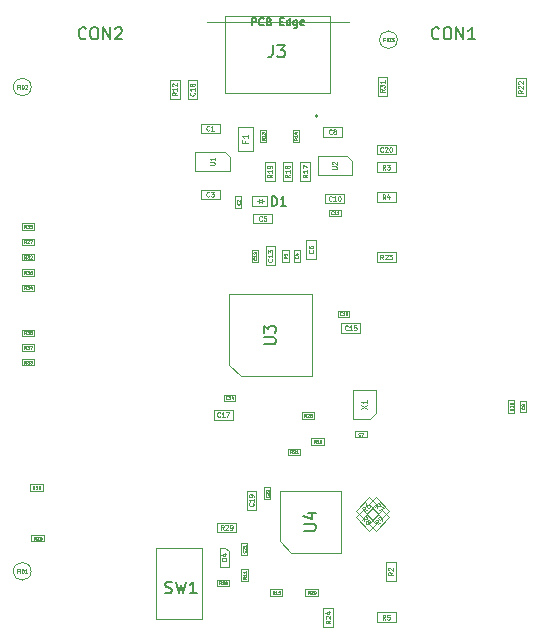
<source format=gbr>
G04 #@! TF.GenerationSoftware,KiCad,Pcbnew,7.0.10-7.0.10~ubuntu22.04.1*
G04 #@! TF.CreationDate,2024-01-11T21:49:50-05:00*
G04 #@! TF.ProjectId,caravel-breakout-fpga-ICE40UP5K-TT3,63617261-7665-46c2-9d62-7265616b6f75,1.2*
G04 #@! TF.SameCoordinates,PX2dc6c00PY42c1d80*
G04 #@! TF.FileFunction,AssemblyDrawing,Top*
%FSLAX46Y46*%
G04 Gerber Fmt 4.6, Leading zero omitted, Abs format (unit mm)*
G04 Created by KiCad (PCBNEW 7.0.10-7.0.10~ubuntu22.04.1) date 2024-01-11 21:49:50*
%MOMM*%
%LPD*%
G01*
G04 APERTURE LIST*
%ADD10C,0.040000*%
%ADD11C,0.060000*%
%ADD12C,0.150000*%
%ADD13C,0.050000*%
%ADD14C,0.075000*%
%ADD15C,0.080000*%
%ADD16C,0.100000*%
%ADD17C,0.200000*%
G04 APERTURE END LIST*
D10*
X1332857Y26081800D02*
X1246190Y26205609D01*
X1184285Y26081800D02*
X1184285Y26341800D01*
X1184285Y26341800D02*
X1283333Y26341800D01*
X1283333Y26341800D02*
X1308095Y26329419D01*
X1308095Y26329419D02*
X1320476Y26317038D01*
X1320476Y26317038D02*
X1332857Y26292276D01*
X1332857Y26292276D02*
X1332857Y26255133D01*
X1332857Y26255133D02*
X1320476Y26230371D01*
X1320476Y26230371D02*
X1308095Y26217990D01*
X1308095Y26217990D02*
X1283333Y26205609D01*
X1283333Y26205609D02*
X1184285Y26205609D01*
X1419523Y26341800D02*
X1580476Y26341800D01*
X1580476Y26341800D02*
X1493809Y26242752D01*
X1493809Y26242752D02*
X1530952Y26242752D01*
X1530952Y26242752D02*
X1555714Y26230371D01*
X1555714Y26230371D02*
X1568095Y26217990D01*
X1568095Y26217990D02*
X1580476Y26193228D01*
X1580476Y26193228D02*
X1580476Y26131323D01*
X1580476Y26131323D02*
X1568095Y26106561D01*
X1568095Y26106561D02*
X1555714Y26094180D01*
X1555714Y26094180D02*
X1530952Y26081800D01*
X1530952Y26081800D02*
X1456666Y26081800D01*
X1456666Y26081800D02*
X1431904Y26094180D01*
X1431904Y26094180D02*
X1419523Y26106561D01*
X1729047Y26230371D02*
X1704285Y26242752D01*
X1704285Y26242752D02*
X1691904Y26255133D01*
X1691904Y26255133D02*
X1679523Y26279895D01*
X1679523Y26279895D02*
X1679523Y26292276D01*
X1679523Y26292276D02*
X1691904Y26317038D01*
X1691904Y26317038D02*
X1704285Y26329419D01*
X1704285Y26329419D02*
X1729047Y26341800D01*
X1729047Y26341800D02*
X1778571Y26341800D01*
X1778571Y26341800D02*
X1803333Y26329419D01*
X1803333Y26329419D02*
X1815714Y26317038D01*
X1815714Y26317038D02*
X1828095Y26292276D01*
X1828095Y26292276D02*
X1828095Y26279895D01*
X1828095Y26279895D02*
X1815714Y26255133D01*
X1815714Y26255133D02*
X1803333Y26242752D01*
X1803333Y26242752D02*
X1778571Y26230371D01*
X1778571Y26230371D02*
X1729047Y26230371D01*
X1729047Y26230371D02*
X1704285Y26217990D01*
X1704285Y26217990D02*
X1691904Y26205609D01*
X1691904Y26205609D02*
X1679523Y26180847D01*
X1679523Y26180847D02*
X1679523Y26131323D01*
X1679523Y26131323D02*
X1691904Y26106561D01*
X1691904Y26106561D02*
X1704285Y26094180D01*
X1704285Y26094180D02*
X1729047Y26081800D01*
X1729047Y26081800D02*
X1778571Y26081800D01*
X1778571Y26081800D02*
X1803333Y26094180D01*
X1803333Y26094180D02*
X1815714Y26106561D01*
X1815714Y26106561D02*
X1828095Y26131323D01*
X1828095Y26131323D02*
X1828095Y26180847D01*
X1828095Y26180847D02*
X1815714Y26205609D01*
X1815714Y26205609D02*
X1803333Y26217990D01*
X1803333Y26217990D02*
X1778571Y26230371D01*
X1332857Y24831800D02*
X1246190Y24955609D01*
X1184285Y24831800D02*
X1184285Y25091800D01*
X1184285Y25091800D02*
X1283333Y25091800D01*
X1283333Y25091800D02*
X1308095Y25079419D01*
X1308095Y25079419D02*
X1320476Y25067038D01*
X1320476Y25067038D02*
X1332857Y25042276D01*
X1332857Y25042276D02*
X1332857Y25005133D01*
X1332857Y25005133D02*
X1320476Y24980371D01*
X1320476Y24980371D02*
X1308095Y24967990D01*
X1308095Y24967990D02*
X1283333Y24955609D01*
X1283333Y24955609D02*
X1184285Y24955609D01*
X1419523Y25091800D02*
X1580476Y25091800D01*
X1580476Y25091800D02*
X1493809Y24992752D01*
X1493809Y24992752D02*
X1530952Y24992752D01*
X1530952Y24992752D02*
X1555714Y24980371D01*
X1555714Y24980371D02*
X1568095Y24967990D01*
X1568095Y24967990D02*
X1580476Y24943228D01*
X1580476Y24943228D02*
X1580476Y24881323D01*
X1580476Y24881323D02*
X1568095Y24856561D01*
X1568095Y24856561D02*
X1555714Y24844180D01*
X1555714Y24844180D02*
X1530952Y24831800D01*
X1530952Y24831800D02*
X1456666Y24831800D01*
X1456666Y24831800D02*
X1431904Y24844180D01*
X1431904Y24844180D02*
X1419523Y24856561D01*
X1667142Y25091800D02*
X1840476Y25091800D01*
X1840476Y25091800D02*
X1729047Y24831800D01*
X1332857Y31181800D02*
X1246190Y31305609D01*
X1184285Y31181800D02*
X1184285Y31441800D01*
X1184285Y31441800D02*
X1283333Y31441800D01*
X1283333Y31441800D02*
X1308095Y31429419D01*
X1308095Y31429419D02*
X1320476Y31417038D01*
X1320476Y31417038D02*
X1332857Y31392276D01*
X1332857Y31392276D02*
X1332857Y31355133D01*
X1332857Y31355133D02*
X1320476Y31330371D01*
X1320476Y31330371D02*
X1308095Y31317990D01*
X1308095Y31317990D02*
X1283333Y31305609D01*
X1283333Y31305609D02*
X1184285Y31305609D01*
X1419523Y31441800D02*
X1580476Y31441800D01*
X1580476Y31441800D02*
X1493809Y31342752D01*
X1493809Y31342752D02*
X1530952Y31342752D01*
X1530952Y31342752D02*
X1555714Y31330371D01*
X1555714Y31330371D02*
X1568095Y31317990D01*
X1568095Y31317990D02*
X1580476Y31293228D01*
X1580476Y31293228D02*
X1580476Y31231323D01*
X1580476Y31231323D02*
X1568095Y31206561D01*
X1568095Y31206561D02*
X1555714Y31194180D01*
X1555714Y31194180D02*
X1530952Y31181800D01*
X1530952Y31181800D02*
X1456666Y31181800D01*
X1456666Y31181800D02*
X1431904Y31194180D01*
X1431904Y31194180D02*
X1419523Y31206561D01*
X1803333Y31441800D02*
X1753809Y31441800D01*
X1753809Y31441800D02*
X1729047Y31429419D01*
X1729047Y31429419D02*
X1716666Y31417038D01*
X1716666Y31417038D02*
X1691904Y31379895D01*
X1691904Y31379895D02*
X1679523Y31330371D01*
X1679523Y31330371D02*
X1679523Y31231323D01*
X1679523Y31231323D02*
X1691904Y31206561D01*
X1691904Y31206561D02*
X1704285Y31194180D01*
X1704285Y31194180D02*
X1729047Y31181800D01*
X1729047Y31181800D02*
X1778571Y31181800D01*
X1778571Y31181800D02*
X1803333Y31194180D01*
X1803333Y31194180D02*
X1815714Y31206561D01*
X1815714Y31206561D02*
X1828095Y31231323D01*
X1828095Y31231323D02*
X1828095Y31293228D01*
X1828095Y31293228D02*
X1815714Y31317990D01*
X1815714Y31317990D02*
X1803333Y31330371D01*
X1803333Y31330371D02*
X1778571Y31342752D01*
X1778571Y31342752D02*
X1729047Y31342752D01*
X1729047Y31342752D02*
X1704285Y31330371D01*
X1704285Y31330371D02*
X1691904Y31317990D01*
X1691904Y31317990D02*
X1679523Y31293228D01*
X1332857Y35081800D02*
X1246190Y35205609D01*
X1184285Y35081800D02*
X1184285Y35341800D01*
X1184285Y35341800D02*
X1283333Y35341800D01*
X1283333Y35341800D02*
X1308095Y35329419D01*
X1308095Y35329419D02*
X1320476Y35317038D01*
X1320476Y35317038D02*
X1332857Y35292276D01*
X1332857Y35292276D02*
X1332857Y35255133D01*
X1332857Y35255133D02*
X1320476Y35230371D01*
X1320476Y35230371D02*
X1308095Y35217990D01*
X1308095Y35217990D02*
X1283333Y35205609D01*
X1283333Y35205609D02*
X1184285Y35205609D01*
X1419523Y35341800D02*
X1580476Y35341800D01*
X1580476Y35341800D02*
X1493809Y35242752D01*
X1493809Y35242752D02*
X1530952Y35242752D01*
X1530952Y35242752D02*
X1555714Y35230371D01*
X1555714Y35230371D02*
X1568095Y35217990D01*
X1568095Y35217990D02*
X1580476Y35193228D01*
X1580476Y35193228D02*
X1580476Y35131323D01*
X1580476Y35131323D02*
X1568095Y35106561D01*
X1568095Y35106561D02*
X1555714Y35094180D01*
X1555714Y35094180D02*
X1530952Y35081800D01*
X1530952Y35081800D02*
X1456666Y35081800D01*
X1456666Y35081800D02*
X1431904Y35094180D01*
X1431904Y35094180D02*
X1419523Y35106561D01*
X1815714Y35341800D02*
X1691904Y35341800D01*
X1691904Y35341800D02*
X1679523Y35217990D01*
X1679523Y35217990D02*
X1691904Y35230371D01*
X1691904Y35230371D02*
X1716666Y35242752D01*
X1716666Y35242752D02*
X1778571Y35242752D01*
X1778571Y35242752D02*
X1803333Y35230371D01*
X1803333Y35230371D02*
X1815714Y35217990D01*
X1815714Y35217990D02*
X1828095Y35193228D01*
X1828095Y35193228D02*
X1828095Y35131323D01*
X1828095Y35131323D02*
X1815714Y35106561D01*
X1815714Y35106561D02*
X1803333Y35094180D01*
X1803333Y35094180D02*
X1778571Y35081800D01*
X1778571Y35081800D02*
X1716666Y35081800D01*
X1716666Y35081800D02*
X1691904Y35094180D01*
X1691904Y35094180D02*
X1679523Y35106561D01*
X1332857Y29881800D02*
X1246190Y30005609D01*
X1184285Y29881800D02*
X1184285Y30141800D01*
X1184285Y30141800D02*
X1283333Y30141800D01*
X1283333Y30141800D02*
X1308095Y30129419D01*
X1308095Y30129419D02*
X1320476Y30117038D01*
X1320476Y30117038D02*
X1332857Y30092276D01*
X1332857Y30092276D02*
X1332857Y30055133D01*
X1332857Y30055133D02*
X1320476Y30030371D01*
X1320476Y30030371D02*
X1308095Y30017990D01*
X1308095Y30017990D02*
X1283333Y30005609D01*
X1283333Y30005609D02*
X1184285Y30005609D01*
X1419523Y30141800D02*
X1580476Y30141800D01*
X1580476Y30141800D02*
X1493809Y30042752D01*
X1493809Y30042752D02*
X1530952Y30042752D01*
X1530952Y30042752D02*
X1555714Y30030371D01*
X1555714Y30030371D02*
X1568095Y30017990D01*
X1568095Y30017990D02*
X1580476Y29993228D01*
X1580476Y29993228D02*
X1580476Y29931323D01*
X1580476Y29931323D02*
X1568095Y29906561D01*
X1568095Y29906561D02*
X1555714Y29894180D01*
X1555714Y29894180D02*
X1530952Y29881800D01*
X1530952Y29881800D02*
X1456666Y29881800D01*
X1456666Y29881800D02*
X1431904Y29894180D01*
X1431904Y29894180D02*
X1419523Y29906561D01*
X1803333Y30055133D02*
X1803333Y29881800D01*
X1741428Y30154180D02*
X1679523Y29968466D01*
X1679523Y29968466D02*
X1840476Y29968466D01*
X1332857Y23581800D02*
X1246190Y23705609D01*
X1184285Y23581800D02*
X1184285Y23841800D01*
X1184285Y23841800D02*
X1283333Y23841800D01*
X1283333Y23841800D02*
X1308095Y23829419D01*
X1308095Y23829419D02*
X1320476Y23817038D01*
X1320476Y23817038D02*
X1332857Y23792276D01*
X1332857Y23792276D02*
X1332857Y23755133D01*
X1332857Y23755133D02*
X1320476Y23730371D01*
X1320476Y23730371D02*
X1308095Y23717990D01*
X1308095Y23717990D02*
X1283333Y23705609D01*
X1283333Y23705609D02*
X1184285Y23705609D01*
X1419523Y23841800D02*
X1580476Y23841800D01*
X1580476Y23841800D02*
X1493809Y23742752D01*
X1493809Y23742752D02*
X1530952Y23742752D01*
X1530952Y23742752D02*
X1555714Y23730371D01*
X1555714Y23730371D02*
X1568095Y23717990D01*
X1568095Y23717990D02*
X1580476Y23693228D01*
X1580476Y23693228D02*
X1580476Y23631323D01*
X1580476Y23631323D02*
X1568095Y23606561D01*
X1568095Y23606561D02*
X1555714Y23594180D01*
X1555714Y23594180D02*
X1530952Y23581800D01*
X1530952Y23581800D02*
X1456666Y23581800D01*
X1456666Y23581800D02*
X1431904Y23594180D01*
X1431904Y23594180D02*
X1419523Y23606561D01*
X1667142Y23841800D02*
X1828095Y23841800D01*
X1828095Y23841800D02*
X1741428Y23742752D01*
X1741428Y23742752D02*
X1778571Y23742752D01*
X1778571Y23742752D02*
X1803333Y23730371D01*
X1803333Y23730371D02*
X1815714Y23717990D01*
X1815714Y23717990D02*
X1828095Y23693228D01*
X1828095Y23693228D02*
X1828095Y23631323D01*
X1828095Y23631323D02*
X1815714Y23606561D01*
X1815714Y23606561D02*
X1803333Y23594180D01*
X1803333Y23594180D02*
X1778571Y23581800D01*
X1778571Y23581800D02*
X1704285Y23581800D01*
X1704285Y23581800D02*
X1679523Y23594180D01*
X1679523Y23594180D02*
X1667142Y23606561D01*
X1332857Y32481800D02*
X1246190Y32605609D01*
X1184285Y32481800D02*
X1184285Y32741800D01*
X1184285Y32741800D02*
X1283333Y32741800D01*
X1283333Y32741800D02*
X1308095Y32729419D01*
X1308095Y32729419D02*
X1320476Y32717038D01*
X1320476Y32717038D02*
X1332857Y32692276D01*
X1332857Y32692276D02*
X1332857Y32655133D01*
X1332857Y32655133D02*
X1320476Y32630371D01*
X1320476Y32630371D02*
X1308095Y32617990D01*
X1308095Y32617990D02*
X1283333Y32605609D01*
X1283333Y32605609D02*
X1184285Y32605609D01*
X1419523Y32741800D02*
X1580476Y32741800D01*
X1580476Y32741800D02*
X1493809Y32642752D01*
X1493809Y32642752D02*
X1530952Y32642752D01*
X1530952Y32642752D02*
X1555714Y32630371D01*
X1555714Y32630371D02*
X1568095Y32617990D01*
X1568095Y32617990D02*
X1580476Y32593228D01*
X1580476Y32593228D02*
X1580476Y32531323D01*
X1580476Y32531323D02*
X1568095Y32506561D01*
X1568095Y32506561D02*
X1555714Y32494180D01*
X1555714Y32494180D02*
X1530952Y32481800D01*
X1530952Y32481800D02*
X1456666Y32481800D01*
X1456666Y32481800D02*
X1431904Y32494180D01*
X1431904Y32494180D02*
X1419523Y32506561D01*
X1679523Y32717038D02*
X1691904Y32729419D01*
X1691904Y32729419D02*
X1716666Y32741800D01*
X1716666Y32741800D02*
X1778571Y32741800D01*
X1778571Y32741800D02*
X1803333Y32729419D01*
X1803333Y32729419D02*
X1815714Y32717038D01*
X1815714Y32717038D02*
X1828095Y32692276D01*
X1828095Y32692276D02*
X1828095Y32667514D01*
X1828095Y32667514D02*
X1815714Y32630371D01*
X1815714Y32630371D02*
X1667142Y32481800D01*
X1667142Y32481800D02*
X1828095Y32481800D01*
X1332857Y33781800D02*
X1246190Y33905609D01*
X1184285Y33781800D02*
X1184285Y34041800D01*
X1184285Y34041800D02*
X1283333Y34041800D01*
X1283333Y34041800D02*
X1308095Y34029419D01*
X1308095Y34029419D02*
X1320476Y34017038D01*
X1320476Y34017038D02*
X1332857Y33992276D01*
X1332857Y33992276D02*
X1332857Y33955133D01*
X1332857Y33955133D02*
X1320476Y33930371D01*
X1320476Y33930371D02*
X1308095Y33917990D01*
X1308095Y33917990D02*
X1283333Y33905609D01*
X1283333Y33905609D02*
X1184285Y33905609D01*
X1431904Y34017038D02*
X1444285Y34029419D01*
X1444285Y34029419D02*
X1469047Y34041800D01*
X1469047Y34041800D02*
X1530952Y34041800D01*
X1530952Y34041800D02*
X1555714Y34029419D01*
X1555714Y34029419D02*
X1568095Y34017038D01*
X1568095Y34017038D02*
X1580476Y33992276D01*
X1580476Y33992276D02*
X1580476Y33967514D01*
X1580476Y33967514D02*
X1568095Y33930371D01*
X1568095Y33930371D02*
X1419523Y33781800D01*
X1419523Y33781800D02*
X1580476Y33781800D01*
X1667142Y34041800D02*
X1840476Y34041800D01*
X1840476Y34041800D02*
X1729047Y33781800D01*
D11*
X17742857Y19106168D02*
X17723809Y19087120D01*
X17723809Y19087120D02*
X17666667Y19068073D01*
X17666667Y19068073D02*
X17628571Y19068073D01*
X17628571Y19068073D02*
X17571428Y19087120D01*
X17571428Y19087120D02*
X17533333Y19125216D01*
X17533333Y19125216D02*
X17514286Y19163311D01*
X17514286Y19163311D02*
X17495238Y19239501D01*
X17495238Y19239501D02*
X17495238Y19296644D01*
X17495238Y19296644D02*
X17514286Y19372835D01*
X17514286Y19372835D02*
X17533333Y19410930D01*
X17533333Y19410930D02*
X17571428Y19449025D01*
X17571428Y19449025D02*
X17628571Y19468073D01*
X17628571Y19468073D02*
X17666667Y19468073D01*
X17666667Y19468073D02*
X17723809Y19449025D01*
X17723809Y19449025D02*
X17742857Y19429978D01*
X18123809Y19068073D02*
X17895238Y19068073D01*
X18009524Y19068073D02*
X18009524Y19468073D01*
X18009524Y19468073D02*
X17971428Y19410930D01*
X17971428Y19410930D02*
X17933333Y19372835D01*
X17933333Y19372835D02*
X17895238Y19353787D01*
X18257142Y19468073D02*
X18523809Y19468073D01*
X18523809Y19468073D02*
X18352380Y19068073D01*
D12*
X6385714Y51140420D02*
X6338095Y51092800D01*
X6338095Y51092800D02*
X6195238Y51045181D01*
X6195238Y51045181D02*
X6100000Y51045181D01*
X6100000Y51045181D02*
X5957143Y51092800D01*
X5957143Y51092800D02*
X5861905Y51188039D01*
X5861905Y51188039D02*
X5814286Y51283277D01*
X5814286Y51283277D02*
X5766667Y51473753D01*
X5766667Y51473753D02*
X5766667Y51616610D01*
X5766667Y51616610D02*
X5814286Y51807086D01*
X5814286Y51807086D02*
X5861905Y51902324D01*
X5861905Y51902324D02*
X5957143Y51997562D01*
X5957143Y51997562D02*
X6100000Y52045181D01*
X6100000Y52045181D02*
X6195238Y52045181D01*
X6195238Y52045181D02*
X6338095Y51997562D01*
X6338095Y51997562D02*
X6385714Y51949943D01*
X7004762Y52045181D02*
X7195238Y52045181D01*
X7195238Y52045181D02*
X7290476Y51997562D01*
X7290476Y51997562D02*
X7385714Y51902324D01*
X7385714Y51902324D02*
X7433333Y51711848D01*
X7433333Y51711848D02*
X7433333Y51378515D01*
X7433333Y51378515D02*
X7385714Y51188039D01*
X7385714Y51188039D02*
X7290476Y51092800D01*
X7290476Y51092800D02*
X7195238Y51045181D01*
X7195238Y51045181D02*
X7004762Y51045181D01*
X7004762Y51045181D02*
X6909524Y51092800D01*
X6909524Y51092800D02*
X6814286Y51188039D01*
X6814286Y51188039D02*
X6766667Y51378515D01*
X6766667Y51378515D02*
X6766667Y51711848D01*
X6766667Y51711848D02*
X6814286Y51902324D01*
X6814286Y51902324D02*
X6909524Y51997562D01*
X6909524Y51997562D02*
X7004762Y52045181D01*
X7861905Y51045181D02*
X7861905Y52045181D01*
X7861905Y52045181D02*
X8433333Y51045181D01*
X8433333Y51045181D02*
X8433333Y52045181D01*
X8861905Y51949943D02*
X8909524Y51997562D01*
X8909524Y51997562D02*
X9004762Y52045181D01*
X9004762Y52045181D02*
X9242857Y52045181D01*
X9242857Y52045181D02*
X9338095Y51997562D01*
X9338095Y51997562D02*
X9385714Y51949943D01*
X9385714Y51949943D02*
X9433333Y51854705D01*
X9433333Y51854705D02*
X9433333Y51759467D01*
X9433333Y51759467D02*
X9385714Y51616610D01*
X9385714Y51616610D02*
X8814286Y51045181D01*
X8814286Y51045181D02*
X9433333Y51045181D01*
D10*
X24339765Y32658334D02*
X24351670Y32646430D01*
X24351670Y32646430D02*
X24363574Y32610715D01*
X24363574Y32610715D02*
X24363574Y32586906D01*
X24363574Y32586906D02*
X24351670Y32551192D01*
X24351670Y32551192D02*
X24327860Y32527382D01*
X24327860Y32527382D02*
X24304050Y32515477D01*
X24304050Y32515477D02*
X24256431Y32503573D01*
X24256431Y32503573D02*
X24220717Y32503573D01*
X24220717Y32503573D02*
X24173098Y32515477D01*
X24173098Y32515477D02*
X24149289Y32527382D01*
X24149289Y32527382D02*
X24125479Y32551192D01*
X24125479Y32551192D02*
X24113574Y32586906D01*
X24113574Y32586906D02*
X24113574Y32610715D01*
X24113574Y32610715D02*
X24125479Y32646430D01*
X24125479Y32646430D02*
X24137384Y32658334D01*
X24196908Y32872620D02*
X24363574Y32872620D01*
X24101670Y32813096D02*
X24280241Y32753573D01*
X24280241Y32753573D02*
X24280241Y32908334D01*
D11*
X20543832Y11742858D02*
X20562880Y11723810D01*
X20562880Y11723810D02*
X20581927Y11666668D01*
X20581927Y11666668D02*
X20581927Y11628572D01*
X20581927Y11628572D02*
X20562880Y11571429D01*
X20562880Y11571429D02*
X20524784Y11533334D01*
X20524784Y11533334D02*
X20486689Y11514287D01*
X20486689Y11514287D02*
X20410499Y11495239D01*
X20410499Y11495239D02*
X20353356Y11495239D01*
X20353356Y11495239D02*
X20277165Y11514287D01*
X20277165Y11514287D02*
X20239070Y11533334D01*
X20239070Y11533334D02*
X20200975Y11571429D01*
X20200975Y11571429D02*
X20181927Y11628572D01*
X20181927Y11628572D02*
X20181927Y11666668D01*
X20181927Y11666668D02*
X20200975Y11723810D01*
X20200975Y11723810D02*
X20220022Y11742858D01*
X20581927Y12123810D02*
X20581927Y11895239D01*
X20581927Y12009525D02*
X20181927Y12009525D01*
X20181927Y12009525D02*
X20239070Y11971429D01*
X20239070Y11971429D02*
X20277165Y11933334D01*
X20277165Y11933334D02*
X20296213Y11895239D01*
X20581927Y12314286D02*
X20581927Y12390477D01*
X20581927Y12390477D02*
X20562880Y12428572D01*
X20562880Y12428572D02*
X20543832Y12447620D01*
X20543832Y12447620D02*
X20486689Y12485715D01*
X20486689Y12485715D02*
X20410499Y12504762D01*
X20410499Y12504762D02*
X20258118Y12504762D01*
X20258118Y12504762D02*
X20220022Y12485715D01*
X20220022Y12485715D02*
X20200975Y12466667D01*
X20200975Y12466667D02*
X20181927Y12428572D01*
X20181927Y12428572D02*
X20181927Y12352381D01*
X20181927Y12352381D02*
X20200975Y12314286D01*
X20200975Y12314286D02*
X20220022Y12295239D01*
X20220022Y12295239D02*
X20258118Y12276191D01*
X20258118Y12276191D02*
X20353356Y12276191D01*
X20353356Y12276191D02*
X20391451Y12295239D01*
X20391451Y12295239D02*
X20410499Y12314286D01*
X20410499Y12314286D02*
X20429546Y12352381D01*
X20429546Y12352381D02*
X20429546Y12428572D01*
X20429546Y12428572D02*
X20410499Y12466667D01*
X20410499Y12466667D02*
X20391451Y12485715D01*
X20391451Y12485715D02*
X20353356Y12504762D01*
X31681927Y46817858D02*
X31491451Y46684525D01*
X31681927Y46589287D02*
X31281927Y46589287D01*
X31281927Y46589287D02*
X31281927Y46741668D01*
X31281927Y46741668D02*
X31300975Y46779763D01*
X31300975Y46779763D02*
X31320022Y46798810D01*
X31320022Y46798810D02*
X31358118Y46817858D01*
X31358118Y46817858D02*
X31415260Y46817858D01*
X31415260Y46817858D02*
X31453356Y46798810D01*
X31453356Y46798810D02*
X31472403Y46779763D01*
X31472403Y46779763D02*
X31491451Y46741668D01*
X31491451Y46741668D02*
X31491451Y46589287D01*
X31281927Y46951191D02*
X31281927Y47198810D01*
X31281927Y47198810D02*
X31434308Y47065477D01*
X31434308Y47065477D02*
X31434308Y47122620D01*
X31434308Y47122620D02*
X31453356Y47160715D01*
X31453356Y47160715D02*
X31472403Y47179763D01*
X31472403Y47179763D02*
X31510499Y47198810D01*
X31510499Y47198810D02*
X31605737Y47198810D01*
X31605737Y47198810D02*
X31643832Y47179763D01*
X31643832Y47179763D02*
X31662880Y47160715D01*
X31662880Y47160715D02*
X31681927Y47122620D01*
X31681927Y47122620D02*
X31681927Y47008334D01*
X31681927Y47008334D02*
X31662880Y46970239D01*
X31662880Y46970239D02*
X31643832Y46951191D01*
X31681927Y47579762D02*
X31681927Y47351191D01*
X31681927Y47465477D02*
X31281927Y47465477D01*
X31281927Y47465477D02*
X31339070Y47427381D01*
X31339070Y47427381D02*
X31377165Y47389286D01*
X31377165Y47389286D02*
X31396213Y47351191D01*
X25131927Y39592858D02*
X24941451Y39459525D01*
X25131927Y39364287D02*
X24731927Y39364287D01*
X24731927Y39364287D02*
X24731927Y39516668D01*
X24731927Y39516668D02*
X24750975Y39554763D01*
X24750975Y39554763D02*
X24770022Y39573810D01*
X24770022Y39573810D02*
X24808118Y39592858D01*
X24808118Y39592858D02*
X24865260Y39592858D01*
X24865260Y39592858D02*
X24903356Y39573810D01*
X24903356Y39573810D02*
X24922403Y39554763D01*
X24922403Y39554763D02*
X24941451Y39516668D01*
X24941451Y39516668D02*
X24941451Y39364287D01*
X25131927Y39973810D02*
X25131927Y39745239D01*
X25131927Y39859525D02*
X24731927Y39859525D01*
X24731927Y39859525D02*
X24789070Y39821429D01*
X24789070Y39821429D02*
X24827165Y39783334D01*
X24827165Y39783334D02*
X24846213Y39745239D01*
X24731927Y40107143D02*
X24731927Y40373810D01*
X24731927Y40373810D02*
X25131927Y40202381D01*
X23631927Y39592858D02*
X23441451Y39459525D01*
X23631927Y39364287D02*
X23231927Y39364287D01*
X23231927Y39364287D02*
X23231927Y39516668D01*
X23231927Y39516668D02*
X23250975Y39554763D01*
X23250975Y39554763D02*
X23270022Y39573810D01*
X23270022Y39573810D02*
X23308118Y39592858D01*
X23308118Y39592858D02*
X23365260Y39592858D01*
X23365260Y39592858D02*
X23403356Y39573810D01*
X23403356Y39573810D02*
X23422403Y39554763D01*
X23422403Y39554763D02*
X23441451Y39516668D01*
X23441451Y39516668D02*
X23441451Y39364287D01*
X23631927Y39973810D02*
X23631927Y39745239D01*
X23631927Y39859525D02*
X23231927Y39859525D01*
X23231927Y39859525D02*
X23289070Y39821429D01*
X23289070Y39821429D02*
X23327165Y39783334D01*
X23327165Y39783334D02*
X23346213Y39745239D01*
X23403356Y40202381D02*
X23384308Y40164286D01*
X23384308Y40164286D02*
X23365260Y40145239D01*
X23365260Y40145239D02*
X23327165Y40126191D01*
X23327165Y40126191D02*
X23308118Y40126191D01*
X23308118Y40126191D02*
X23270022Y40145239D01*
X23270022Y40145239D02*
X23250975Y40164286D01*
X23250975Y40164286D02*
X23231927Y40202381D01*
X23231927Y40202381D02*
X23231927Y40278572D01*
X23231927Y40278572D02*
X23250975Y40316667D01*
X23250975Y40316667D02*
X23270022Y40335715D01*
X23270022Y40335715D02*
X23308118Y40354762D01*
X23308118Y40354762D02*
X23327165Y40354762D01*
X23327165Y40354762D02*
X23365260Y40335715D01*
X23365260Y40335715D02*
X23384308Y40316667D01*
X23384308Y40316667D02*
X23403356Y40278572D01*
X23403356Y40278572D02*
X23403356Y40202381D01*
X23403356Y40202381D02*
X23422403Y40164286D01*
X23422403Y40164286D02*
X23441451Y40145239D01*
X23441451Y40145239D02*
X23479546Y40126191D01*
X23479546Y40126191D02*
X23555737Y40126191D01*
X23555737Y40126191D02*
X23593832Y40145239D01*
X23593832Y40145239D02*
X23612880Y40164286D01*
X23612880Y40164286D02*
X23631927Y40202381D01*
X23631927Y40202381D02*
X23631927Y40278572D01*
X23631927Y40278572D02*
X23612880Y40316667D01*
X23612880Y40316667D02*
X23593832Y40335715D01*
X23593832Y40335715D02*
X23555737Y40354762D01*
X23555737Y40354762D02*
X23479546Y40354762D01*
X23479546Y40354762D02*
X23441451Y40335715D01*
X23441451Y40335715D02*
X23422403Y40316667D01*
X23422403Y40316667D02*
X23403356Y40278572D01*
D13*
X31678571Y51020958D02*
X31578571Y51020958D01*
X31578571Y50863815D02*
X31578571Y51163815D01*
X31578571Y51163815D02*
X31721428Y51163815D01*
X31835714Y50863815D02*
X31835714Y51163815D01*
X31978571Y50863815D02*
X31978571Y51163815D01*
X31978571Y51163815D02*
X32050000Y51163815D01*
X32050000Y51163815D02*
X32092857Y51149529D01*
X32092857Y51149529D02*
X32121428Y51120958D01*
X32121428Y51120958D02*
X32135714Y51092386D01*
X32135714Y51092386D02*
X32150000Y51035243D01*
X32150000Y51035243D02*
X32150000Y50992386D01*
X32150000Y50992386D02*
X32135714Y50935243D01*
X32135714Y50935243D02*
X32121428Y50906672D01*
X32121428Y50906672D02*
X32092857Y50878100D01*
X32092857Y50878100D02*
X32050000Y50863815D01*
X32050000Y50863815D02*
X31978571Y50863815D01*
X32250000Y51163815D02*
X32435714Y51163815D01*
X32435714Y51163815D02*
X32335714Y51049529D01*
X32335714Y51049529D02*
X32378571Y51049529D01*
X32378571Y51049529D02*
X32407143Y51035243D01*
X32407143Y51035243D02*
X32421428Y51020958D01*
X32421428Y51020958D02*
X32435714Y50992386D01*
X32435714Y50992386D02*
X32435714Y50920958D01*
X32435714Y50920958D02*
X32421428Y50892386D01*
X32421428Y50892386D02*
X32407143Y50878100D01*
X32407143Y50878100D02*
X32378571Y50863815D01*
X32378571Y50863815D02*
X32292857Y50863815D01*
X32292857Y50863815D02*
X32264285Y50878100D01*
X32264285Y50878100D02*
X32250000Y50892386D01*
D11*
X31024217Y11318499D02*
X31064623Y11547466D01*
X30862593Y11480123D02*
X31145435Y11762966D01*
X31145435Y11762966D02*
X31253185Y11655216D01*
X31253185Y11655216D02*
X31266654Y11614810D01*
X31266654Y11614810D02*
X31266654Y11587873D01*
X31266654Y11587873D02*
X31253185Y11547466D01*
X31253185Y11547466D02*
X31212779Y11507060D01*
X31212779Y11507060D02*
X31172373Y11493592D01*
X31172373Y11493592D02*
X31145435Y11493592D01*
X31145435Y11493592D02*
X31105029Y11507060D01*
X31105029Y11507060D02*
X30997280Y11614810D01*
X31401341Y11507060D02*
X31589902Y11318499D01*
X31589902Y11318499D02*
X31185841Y11156874D01*
D10*
X43489765Y19908334D02*
X43501670Y19896430D01*
X43501670Y19896430D02*
X43513574Y19860715D01*
X43513574Y19860715D02*
X43513574Y19836906D01*
X43513574Y19836906D02*
X43501670Y19801192D01*
X43501670Y19801192D02*
X43477860Y19777382D01*
X43477860Y19777382D02*
X43454050Y19765477D01*
X43454050Y19765477D02*
X43406431Y19753573D01*
X43406431Y19753573D02*
X43370717Y19753573D01*
X43370717Y19753573D02*
X43323098Y19765477D01*
X43323098Y19765477D02*
X43299289Y19777382D01*
X43299289Y19777382D02*
X43275479Y19801192D01*
X43275479Y19801192D02*
X43263574Y19836906D01*
X43263574Y19836906D02*
X43263574Y19860715D01*
X43263574Y19860715D02*
X43275479Y19896430D01*
X43275479Y19896430D02*
X43287384Y19908334D01*
X43513574Y20027382D02*
X43513574Y20075001D01*
X43513574Y20075001D02*
X43501670Y20098811D01*
X43501670Y20098811D02*
X43489765Y20110715D01*
X43489765Y20110715D02*
X43454050Y20134525D01*
X43454050Y20134525D02*
X43406431Y20146430D01*
X43406431Y20146430D02*
X43311193Y20146430D01*
X43311193Y20146430D02*
X43287384Y20134525D01*
X43287384Y20134525D02*
X43275479Y20122620D01*
X43275479Y20122620D02*
X43263574Y20098811D01*
X43263574Y20098811D02*
X43263574Y20051192D01*
X43263574Y20051192D02*
X43275479Y20027382D01*
X43275479Y20027382D02*
X43287384Y20015477D01*
X43287384Y20015477D02*
X43311193Y20003573D01*
X43311193Y20003573D02*
X43370717Y20003573D01*
X43370717Y20003573D02*
X43394527Y20015477D01*
X43394527Y20015477D02*
X43406431Y20027382D01*
X43406431Y20027382D02*
X43418336Y20051192D01*
X43418336Y20051192D02*
X43418336Y20098811D01*
X43418336Y20098811D02*
X43406431Y20122620D01*
X43406431Y20122620D02*
X43394527Y20134525D01*
X43394527Y20134525D02*
X43370717Y20146430D01*
D11*
X31733333Y1918073D02*
X31600000Y2108549D01*
X31504762Y1918073D02*
X31504762Y2318073D01*
X31504762Y2318073D02*
X31657143Y2318073D01*
X31657143Y2318073D02*
X31695238Y2299025D01*
X31695238Y2299025D02*
X31714285Y2279978D01*
X31714285Y2279978D02*
X31733333Y2241882D01*
X31733333Y2241882D02*
X31733333Y2184740D01*
X31733333Y2184740D02*
X31714285Y2146644D01*
X31714285Y2146644D02*
X31695238Y2127597D01*
X31695238Y2127597D02*
X31657143Y2108549D01*
X31657143Y2108549D02*
X31504762Y2108549D01*
X32095238Y2318073D02*
X31904762Y2318073D01*
X31904762Y2318073D02*
X31885714Y2127597D01*
X31885714Y2127597D02*
X31904762Y2146644D01*
X31904762Y2146644D02*
X31942857Y2165692D01*
X31942857Y2165692D02*
X32038095Y2165692D01*
X32038095Y2165692D02*
X32076190Y2146644D01*
X32076190Y2146644D02*
X32095238Y2127597D01*
X32095238Y2127597D02*
X32114285Y2089501D01*
X32114285Y2089501D02*
X32114285Y1994263D01*
X32114285Y1994263D02*
X32095238Y1956168D01*
X32095238Y1956168D02*
X32076190Y1937120D01*
X32076190Y1937120D02*
X32038095Y1918073D01*
X32038095Y1918073D02*
X31942857Y1918073D01*
X31942857Y1918073D02*
X31904762Y1937120D01*
X31904762Y1937120D02*
X31885714Y1956168D01*
X15543832Y46530358D02*
X15562880Y46511310D01*
X15562880Y46511310D02*
X15581927Y46454168D01*
X15581927Y46454168D02*
X15581927Y46416072D01*
X15581927Y46416072D02*
X15562880Y46358929D01*
X15562880Y46358929D02*
X15524784Y46320834D01*
X15524784Y46320834D02*
X15486689Y46301787D01*
X15486689Y46301787D02*
X15410499Y46282739D01*
X15410499Y46282739D02*
X15353356Y46282739D01*
X15353356Y46282739D02*
X15277165Y46301787D01*
X15277165Y46301787D02*
X15239070Y46320834D01*
X15239070Y46320834D02*
X15200975Y46358929D01*
X15200975Y46358929D02*
X15181927Y46416072D01*
X15181927Y46416072D02*
X15181927Y46454168D01*
X15181927Y46454168D02*
X15200975Y46511310D01*
X15200975Y46511310D02*
X15220022Y46530358D01*
X15581927Y46911310D02*
X15581927Y46682739D01*
X15581927Y46797025D02*
X15181927Y46797025D01*
X15181927Y46797025D02*
X15239070Y46758929D01*
X15239070Y46758929D02*
X15277165Y46720834D01*
X15277165Y46720834D02*
X15296213Y46682739D01*
X15353356Y47139881D02*
X15334308Y47101786D01*
X15334308Y47101786D02*
X15315260Y47082739D01*
X15315260Y47082739D02*
X15277165Y47063691D01*
X15277165Y47063691D02*
X15258118Y47063691D01*
X15258118Y47063691D02*
X15220022Y47082739D01*
X15220022Y47082739D02*
X15200975Y47101786D01*
X15200975Y47101786D02*
X15181927Y47139881D01*
X15181927Y47139881D02*
X15181927Y47216072D01*
X15181927Y47216072D02*
X15200975Y47254167D01*
X15200975Y47254167D02*
X15220022Y47273215D01*
X15220022Y47273215D02*
X15258118Y47292262D01*
X15258118Y47292262D02*
X15277165Y47292262D01*
X15277165Y47292262D02*
X15315260Y47273215D01*
X15315260Y47273215D02*
X15334308Y47254167D01*
X15334308Y47254167D02*
X15353356Y47216072D01*
X15353356Y47216072D02*
X15353356Y47139881D01*
X15353356Y47139881D02*
X15372403Y47101786D01*
X15372403Y47101786D02*
X15391451Y47082739D01*
X15391451Y47082739D02*
X15429546Y47063691D01*
X15429546Y47063691D02*
X15505737Y47063691D01*
X15505737Y47063691D02*
X15543832Y47082739D01*
X15543832Y47082739D02*
X15562880Y47101786D01*
X15562880Y47101786D02*
X15581927Y47139881D01*
X15581927Y47139881D02*
X15581927Y47216072D01*
X15581927Y47216072D02*
X15562880Y47254167D01*
X15562880Y47254167D02*
X15543832Y47273215D01*
X15543832Y47273215D02*
X15505737Y47292262D01*
X15505737Y47292262D02*
X15429546Y47292262D01*
X15429546Y47292262D02*
X15391451Y47273215D01*
X15391451Y47273215D02*
X15372403Y47254167D01*
X15372403Y47254167D02*
X15353356Y47216072D01*
X43381927Y46742858D02*
X43191451Y46609525D01*
X43381927Y46514287D02*
X42981927Y46514287D01*
X42981927Y46514287D02*
X42981927Y46666668D01*
X42981927Y46666668D02*
X43000975Y46704763D01*
X43000975Y46704763D02*
X43020022Y46723810D01*
X43020022Y46723810D02*
X43058118Y46742858D01*
X43058118Y46742858D02*
X43115260Y46742858D01*
X43115260Y46742858D02*
X43153356Y46723810D01*
X43153356Y46723810D02*
X43172403Y46704763D01*
X43172403Y46704763D02*
X43191451Y46666668D01*
X43191451Y46666668D02*
X43191451Y46514287D01*
X43020022Y46895239D02*
X43000975Y46914287D01*
X43000975Y46914287D02*
X42981927Y46952382D01*
X42981927Y46952382D02*
X42981927Y47047620D01*
X42981927Y47047620D02*
X43000975Y47085715D01*
X43000975Y47085715D02*
X43020022Y47104763D01*
X43020022Y47104763D02*
X43058118Y47123810D01*
X43058118Y47123810D02*
X43096213Y47123810D01*
X43096213Y47123810D02*
X43153356Y47104763D01*
X43153356Y47104763D02*
X43381927Y46876191D01*
X43381927Y46876191D02*
X43381927Y47123810D01*
X43020022Y47276191D02*
X43000975Y47295239D01*
X43000975Y47295239D02*
X42981927Y47333334D01*
X42981927Y47333334D02*
X42981927Y47428572D01*
X42981927Y47428572D02*
X43000975Y47466667D01*
X43000975Y47466667D02*
X43020022Y47485715D01*
X43020022Y47485715D02*
X43058118Y47504762D01*
X43058118Y47504762D02*
X43096213Y47504762D01*
X43096213Y47504762D02*
X43153356Y47485715D01*
X43153356Y47485715D02*
X43381927Y47257143D01*
X43381927Y47257143D02*
X43381927Y47504762D01*
X27231927Y40045239D02*
X27555737Y40045239D01*
X27555737Y40045239D02*
X27593832Y40064286D01*
X27593832Y40064286D02*
X27612880Y40083334D01*
X27612880Y40083334D02*
X27631927Y40121429D01*
X27631927Y40121429D02*
X27631927Y40197620D01*
X27631927Y40197620D02*
X27612880Y40235715D01*
X27612880Y40235715D02*
X27593832Y40254762D01*
X27593832Y40254762D02*
X27555737Y40273810D01*
X27555737Y40273810D02*
X27231927Y40273810D01*
X27270022Y40445239D02*
X27250975Y40464287D01*
X27250975Y40464287D02*
X27231927Y40502382D01*
X27231927Y40502382D02*
X27231927Y40597620D01*
X27231927Y40597620D02*
X27250975Y40635715D01*
X27250975Y40635715D02*
X27270022Y40654763D01*
X27270022Y40654763D02*
X27308118Y40673810D01*
X27308118Y40673810D02*
X27346213Y40673810D01*
X27346213Y40673810D02*
X27403356Y40654763D01*
X27403356Y40654763D02*
X27631927Y40426191D01*
X27631927Y40426191D02*
X27631927Y40673810D01*
D10*
X42518200Y19782858D02*
X42394391Y19696191D01*
X42518200Y19634286D02*
X42258200Y19634286D01*
X42258200Y19634286D02*
X42258200Y19733334D01*
X42258200Y19733334D02*
X42270581Y19758096D01*
X42270581Y19758096D02*
X42282962Y19770477D01*
X42282962Y19770477D02*
X42307724Y19782858D01*
X42307724Y19782858D02*
X42344867Y19782858D01*
X42344867Y19782858D02*
X42369629Y19770477D01*
X42369629Y19770477D02*
X42382010Y19758096D01*
X42382010Y19758096D02*
X42394391Y19733334D01*
X42394391Y19733334D02*
X42394391Y19634286D01*
X42518200Y20030477D02*
X42518200Y19881905D01*
X42518200Y19956191D02*
X42258200Y19956191D01*
X42258200Y19956191D02*
X42295343Y19931429D01*
X42295343Y19931429D02*
X42320105Y19906667D01*
X42320105Y19906667D02*
X42332486Y19881905D01*
X42258200Y20191429D02*
X42258200Y20216191D01*
X42258200Y20216191D02*
X42270581Y20240953D01*
X42270581Y20240953D02*
X42282962Y20253334D01*
X42282962Y20253334D02*
X42307724Y20265715D01*
X42307724Y20265715D02*
X42357248Y20278096D01*
X42357248Y20278096D02*
X42419153Y20278096D01*
X42419153Y20278096D02*
X42468677Y20265715D01*
X42468677Y20265715D02*
X42493439Y20253334D01*
X42493439Y20253334D02*
X42505820Y20240953D01*
X42505820Y20240953D02*
X42518200Y20216191D01*
X42518200Y20216191D02*
X42518200Y20191429D01*
X42518200Y20191429D02*
X42505820Y20166667D01*
X42505820Y20166667D02*
X42493439Y20154286D01*
X42493439Y20154286D02*
X42468677Y20141905D01*
X42468677Y20141905D02*
X42419153Y20129524D01*
X42419153Y20129524D02*
X42357248Y20129524D01*
X42357248Y20129524D02*
X42307724Y20141905D01*
X42307724Y20141905D02*
X42282962Y20154286D01*
X42282962Y20154286D02*
X42270581Y20166667D01*
X42270581Y20166667D02*
X42258200Y20191429D01*
D11*
X27081927Y1817858D02*
X26891451Y1684525D01*
X27081927Y1589287D02*
X26681927Y1589287D01*
X26681927Y1589287D02*
X26681927Y1741668D01*
X26681927Y1741668D02*
X26700975Y1779763D01*
X26700975Y1779763D02*
X26720022Y1798810D01*
X26720022Y1798810D02*
X26758118Y1817858D01*
X26758118Y1817858D02*
X26815260Y1817858D01*
X26815260Y1817858D02*
X26853356Y1798810D01*
X26853356Y1798810D02*
X26872403Y1779763D01*
X26872403Y1779763D02*
X26891451Y1741668D01*
X26891451Y1741668D02*
X26891451Y1589287D01*
X26720022Y1970239D02*
X26700975Y1989287D01*
X26700975Y1989287D02*
X26681927Y2027382D01*
X26681927Y2027382D02*
X26681927Y2122620D01*
X26681927Y2122620D02*
X26700975Y2160715D01*
X26700975Y2160715D02*
X26720022Y2179763D01*
X26720022Y2179763D02*
X26758118Y2198810D01*
X26758118Y2198810D02*
X26796213Y2198810D01*
X26796213Y2198810D02*
X26853356Y2179763D01*
X26853356Y2179763D02*
X27081927Y1951191D01*
X27081927Y1951191D02*
X27081927Y2198810D01*
X26815260Y2541667D02*
X27081927Y2541667D01*
X26662880Y2446429D02*
X26948594Y2351191D01*
X26948594Y2351191D02*
X26948594Y2598810D01*
X25593832Y33183334D02*
X25612880Y33164286D01*
X25612880Y33164286D02*
X25631927Y33107144D01*
X25631927Y33107144D02*
X25631927Y33069048D01*
X25631927Y33069048D02*
X25612880Y33011905D01*
X25612880Y33011905D02*
X25574784Y32973810D01*
X25574784Y32973810D02*
X25536689Y32954763D01*
X25536689Y32954763D02*
X25460499Y32935715D01*
X25460499Y32935715D02*
X25403356Y32935715D01*
X25403356Y32935715D02*
X25327165Y32954763D01*
X25327165Y32954763D02*
X25289070Y32973810D01*
X25289070Y32973810D02*
X25250975Y33011905D01*
X25250975Y33011905D02*
X25231927Y33069048D01*
X25231927Y33069048D02*
X25231927Y33107144D01*
X25231927Y33107144D02*
X25250975Y33164286D01*
X25250975Y33164286D02*
X25270022Y33183334D01*
X25231927Y33526191D02*
X25231927Y33450001D01*
X25231927Y33450001D02*
X25250975Y33411905D01*
X25250975Y33411905D02*
X25270022Y33392858D01*
X25270022Y33392858D02*
X25327165Y33354763D01*
X25327165Y33354763D02*
X25403356Y33335715D01*
X25403356Y33335715D02*
X25555737Y33335715D01*
X25555737Y33335715D02*
X25593832Y33354763D01*
X25593832Y33354763D02*
X25612880Y33373810D01*
X25612880Y33373810D02*
X25631927Y33411905D01*
X25631927Y33411905D02*
X25631927Y33488096D01*
X25631927Y33488096D02*
X25612880Y33526191D01*
X25612880Y33526191D02*
X25593832Y33545239D01*
X25593832Y33545239D02*
X25555737Y33564286D01*
X25555737Y33564286D02*
X25460499Y33564286D01*
X25460499Y33564286D02*
X25422403Y33545239D01*
X25422403Y33545239D02*
X25403356Y33526191D01*
X25403356Y33526191D02*
X25384308Y33488096D01*
X25384308Y33488096D02*
X25384308Y33411905D01*
X25384308Y33411905D02*
X25403356Y33373810D01*
X25403356Y33373810D02*
X25422403Y33354763D01*
X25422403Y33354763D02*
X25460499Y33335715D01*
X31542857Y32418073D02*
X31409524Y32608549D01*
X31314286Y32418073D02*
X31314286Y32818073D01*
X31314286Y32818073D02*
X31466667Y32818073D01*
X31466667Y32818073D02*
X31504762Y32799025D01*
X31504762Y32799025D02*
X31523809Y32779978D01*
X31523809Y32779978D02*
X31542857Y32741882D01*
X31542857Y32741882D02*
X31542857Y32684740D01*
X31542857Y32684740D02*
X31523809Y32646644D01*
X31523809Y32646644D02*
X31504762Y32627597D01*
X31504762Y32627597D02*
X31466667Y32608549D01*
X31466667Y32608549D02*
X31314286Y32608549D01*
X31695238Y32779978D02*
X31714286Y32799025D01*
X31714286Y32799025D02*
X31752381Y32818073D01*
X31752381Y32818073D02*
X31847619Y32818073D01*
X31847619Y32818073D02*
X31885714Y32799025D01*
X31885714Y32799025D02*
X31904762Y32779978D01*
X31904762Y32779978D02*
X31923809Y32741882D01*
X31923809Y32741882D02*
X31923809Y32703787D01*
X31923809Y32703787D02*
X31904762Y32646644D01*
X31904762Y32646644D02*
X31676190Y32418073D01*
X31676190Y32418073D02*
X31923809Y32418073D01*
X32057142Y32818073D02*
X32304761Y32818073D01*
X32304761Y32818073D02*
X32171428Y32665692D01*
X32171428Y32665692D02*
X32228571Y32665692D01*
X32228571Y32665692D02*
X32266666Y32646644D01*
X32266666Y32646644D02*
X32285714Y32627597D01*
X32285714Y32627597D02*
X32304761Y32589501D01*
X32304761Y32589501D02*
X32304761Y32494263D01*
X32304761Y32494263D02*
X32285714Y32456168D01*
X32285714Y32456168D02*
X32266666Y32437120D01*
X32266666Y32437120D02*
X32228571Y32418073D01*
X32228571Y32418073D02*
X32114285Y32418073D01*
X32114285Y32418073D02*
X32076190Y32437120D01*
X32076190Y32437120D02*
X32057142Y32456168D01*
D10*
X2132857Y8681800D02*
X2046190Y8805609D01*
X1984285Y8681800D02*
X1984285Y8941800D01*
X1984285Y8941800D02*
X2083333Y8941800D01*
X2083333Y8941800D02*
X2108095Y8929419D01*
X2108095Y8929419D02*
X2120476Y8917038D01*
X2120476Y8917038D02*
X2132857Y8892276D01*
X2132857Y8892276D02*
X2132857Y8855133D01*
X2132857Y8855133D02*
X2120476Y8830371D01*
X2120476Y8830371D02*
X2108095Y8817990D01*
X2108095Y8817990D02*
X2083333Y8805609D01*
X2083333Y8805609D02*
X1984285Y8805609D01*
X2231904Y8917038D02*
X2244285Y8929419D01*
X2244285Y8929419D02*
X2269047Y8941800D01*
X2269047Y8941800D02*
X2330952Y8941800D01*
X2330952Y8941800D02*
X2355714Y8929419D01*
X2355714Y8929419D02*
X2368095Y8917038D01*
X2368095Y8917038D02*
X2380476Y8892276D01*
X2380476Y8892276D02*
X2380476Y8867514D01*
X2380476Y8867514D02*
X2368095Y8830371D01*
X2368095Y8830371D02*
X2219523Y8681800D01*
X2219523Y8681800D02*
X2380476Y8681800D01*
X2603333Y8941800D02*
X2553809Y8941800D01*
X2553809Y8941800D02*
X2529047Y8929419D01*
X2529047Y8929419D02*
X2516666Y8917038D01*
X2516666Y8917038D02*
X2491904Y8879895D01*
X2491904Y8879895D02*
X2479523Y8830371D01*
X2479523Y8830371D02*
X2479523Y8731323D01*
X2479523Y8731323D02*
X2491904Y8706561D01*
X2491904Y8706561D02*
X2504285Y8694180D01*
X2504285Y8694180D02*
X2529047Y8681800D01*
X2529047Y8681800D02*
X2578571Y8681800D01*
X2578571Y8681800D02*
X2603333Y8694180D01*
X2603333Y8694180D02*
X2615714Y8706561D01*
X2615714Y8706561D02*
X2628095Y8731323D01*
X2628095Y8731323D02*
X2628095Y8793228D01*
X2628095Y8793228D02*
X2615714Y8817990D01*
X2615714Y8817990D02*
X2603333Y8830371D01*
X2603333Y8830371D02*
X2578571Y8842752D01*
X2578571Y8842752D02*
X2529047Y8842752D01*
X2529047Y8842752D02*
X2504285Y8830371D01*
X2504285Y8830371D02*
X2491904Y8817990D01*
X2491904Y8817990D02*
X2479523Y8793228D01*
D14*
X29702409Y19720239D02*
X30202409Y20053572D01*
X29702409Y20053572D02*
X30202409Y19720239D01*
X30202409Y20505953D02*
X30202409Y20220239D01*
X30202409Y20363096D02*
X29702409Y20363096D01*
X29702409Y20363096D02*
X29773838Y20315477D01*
X29773838Y20315477D02*
X29821457Y20267858D01*
X29821457Y20267858D02*
X29845266Y20220239D01*
D11*
X29924217Y10218499D02*
X29964623Y10447466D01*
X29762593Y10380123D02*
X30045435Y10662966D01*
X30045435Y10662966D02*
X30153185Y10555216D01*
X30153185Y10555216D02*
X30166654Y10514810D01*
X30166654Y10514810D02*
X30166654Y10487873D01*
X30166654Y10487873D02*
X30153185Y10447466D01*
X30153185Y10447466D02*
X30112779Y10407060D01*
X30112779Y10407060D02*
X30072373Y10393592D01*
X30072373Y10393592D02*
X30045435Y10393592D01*
X30045435Y10393592D02*
X30005029Y10407060D01*
X30005029Y10407060D02*
X29897280Y10514810D01*
X30247466Y10218499D02*
X30233997Y10258905D01*
X30233997Y10258905D02*
X30233997Y10285842D01*
X30233997Y10285842D02*
X30247466Y10326248D01*
X30247466Y10326248D02*
X30260934Y10339717D01*
X30260934Y10339717D02*
X30301341Y10353186D01*
X30301341Y10353186D02*
X30328278Y10353186D01*
X30328278Y10353186D02*
X30368684Y10339717D01*
X30368684Y10339717D02*
X30422559Y10285842D01*
X30422559Y10285842D02*
X30436028Y10245436D01*
X30436028Y10245436D02*
X30436028Y10218499D01*
X30436028Y10218499D02*
X30422559Y10178092D01*
X30422559Y10178092D02*
X30409090Y10164624D01*
X30409090Y10164624D02*
X30368684Y10151155D01*
X30368684Y10151155D02*
X30341747Y10151155D01*
X30341747Y10151155D02*
X30301341Y10164624D01*
X30301341Y10164624D02*
X30247466Y10218499D01*
X30247466Y10218499D02*
X30207060Y10231967D01*
X30207060Y10231967D02*
X30180122Y10231967D01*
X30180122Y10231967D02*
X30139716Y10218499D01*
X30139716Y10218499D02*
X30085841Y10164624D01*
X30085841Y10164624D02*
X30072373Y10124218D01*
X30072373Y10124218D02*
X30072373Y10097280D01*
X30072373Y10097280D02*
X30085841Y10056874D01*
X30085841Y10056874D02*
X30139716Y10002999D01*
X30139716Y10002999D02*
X30180122Y9989531D01*
X30180122Y9989531D02*
X30207060Y9989531D01*
X30207060Y9989531D02*
X30247466Y10002999D01*
X30247466Y10002999D02*
X30301341Y10056874D01*
X30301341Y10056874D02*
X30314809Y10097280D01*
X30314809Y10097280D02*
X30314809Y10124218D01*
X30314809Y10124218D02*
X30301341Y10164624D01*
D10*
X25332857Y4081800D02*
X25246190Y4205609D01*
X25184285Y4081800D02*
X25184285Y4341800D01*
X25184285Y4341800D02*
X25283333Y4341800D01*
X25283333Y4341800D02*
X25308095Y4329419D01*
X25308095Y4329419D02*
X25320476Y4317038D01*
X25320476Y4317038D02*
X25332857Y4292276D01*
X25332857Y4292276D02*
X25332857Y4255133D01*
X25332857Y4255133D02*
X25320476Y4230371D01*
X25320476Y4230371D02*
X25308095Y4217990D01*
X25308095Y4217990D02*
X25283333Y4205609D01*
X25283333Y4205609D02*
X25184285Y4205609D01*
X25431904Y4317038D02*
X25444285Y4329419D01*
X25444285Y4329419D02*
X25469047Y4341800D01*
X25469047Y4341800D02*
X25530952Y4341800D01*
X25530952Y4341800D02*
X25555714Y4329419D01*
X25555714Y4329419D02*
X25568095Y4317038D01*
X25568095Y4317038D02*
X25580476Y4292276D01*
X25580476Y4292276D02*
X25580476Y4267514D01*
X25580476Y4267514D02*
X25568095Y4230371D01*
X25568095Y4230371D02*
X25419523Y4081800D01*
X25419523Y4081800D02*
X25580476Y4081800D01*
X25741428Y4341800D02*
X25766190Y4341800D01*
X25766190Y4341800D02*
X25790952Y4329419D01*
X25790952Y4329419D02*
X25803333Y4317038D01*
X25803333Y4317038D02*
X25815714Y4292276D01*
X25815714Y4292276D02*
X25828095Y4242752D01*
X25828095Y4242752D02*
X25828095Y4180847D01*
X25828095Y4180847D02*
X25815714Y4131323D01*
X25815714Y4131323D02*
X25803333Y4106561D01*
X25803333Y4106561D02*
X25790952Y4094180D01*
X25790952Y4094180D02*
X25766190Y4081800D01*
X25766190Y4081800D02*
X25741428Y4081800D01*
X25741428Y4081800D02*
X25716666Y4094180D01*
X25716666Y4094180D02*
X25704285Y4106561D01*
X25704285Y4106561D02*
X25691904Y4131323D01*
X25691904Y4131323D02*
X25679523Y4180847D01*
X25679523Y4180847D02*
X25679523Y4242752D01*
X25679523Y4242752D02*
X25691904Y4292276D01*
X25691904Y4292276D02*
X25704285Y4317038D01*
X25704285Y4317038D02*
X25716666Y4329419D01*
X25716666Y4329419D02*
X25741428Y4341800D01*
D11*
X18042857Y9518073D02*
X17909524Y9708549D01*
X17814286Y9518073D02*
X17814286Y9918073D01*
X17814286Y9918073D02*
X17966667Y9918073D01*
X17966667Y9918073D02*
X18004762Y9899025D01*
X18004762Y9899025D02*
X18023809Y9879978D01*
X18023809Y9879978D02*
X18042857Y9841882D01*
X18042857Y9841882D02*
X18042857Y9784740D01*
X18042857Y9784740D02*
X18023809Y9746644D01*
X18023809Y9746644D02*
X18004762Y9727597D01*
X18004762Y9727597D02*
X17966667Y9708549D01*
X17966667Y9708549D02*
X17814286Y9708549D01*
X18195238Y9879978D02*
X18214286Y9899025D01*
X18214286Y9899025D02*
X18252381Y9918073D01*
X18252381Y9918073D02*
X18347619Y9918073D01*
X18347619Y9918073D02*
X18385714Y9899025D01*
X18385714Y9899025D02*
X18404762Y9879978D01*
X18404762Y9879978D02*
X18423809Y9841882D01*
X18423809Y9841882D02*
X18423809Y9803787D01*
X18423809Y9803787D02*
X18404762Y9746644D01*
X18404762Y9746644D02*
X18176190Y9518073D01*
X18176190Y9518073D02*
X18423809Y9518073D01*
X18614285Y9518073D02*
X18690476Y9518073D01*
X18690476Y9518073D02*
X18728571Y9537120D01*
X18728571Y9537120D02*
X18747619Y9556168D01*
X18747619Y9556168D02*
X18785714Y9613311D01*
X18785714Y9613311D02*
X18804761Y9689501D01*
X18804761Y9689501D02*
X18804761Y9841882D01*
X18804761Y9841882D02*
X18785714Y9879978D01*
X18785714Y9879978D02*
X18766666Y9899025D01*
X18766666Y9899025D02*
X18728571Y9918073D01*
X18728571Y9918073D02*
X18652380Y9918073D01*
X18652380Y9918073D02*
X18614285Y9899025D01*
X18614285Y9899025D02*
X18595238Y9879978D01*
X18595238Y9879978D02*
X18576190Y9841882D01*
X18576190Y9841882D02*
X18576190Y9746644D01*
X18576190Y9746644D02*
X18595238Y9708549D01*
X18595238Y9708549D02*
X18614285Y9689501D01*
X18614285Y9689501D02*
X18652380Y9670454D01*
X18652380Y9670454D02*
X18728571Y9670454D01*
X18728571Y9670454D02*
X18766666Y9689501D01*
X18766666Y9689501D02*
X18785714Y9708549D01*
X18785714Y9708549D02*
X18804761Y9746644D01*
D10*
X27289285Y36260235D02*
X27277381Y36248330D01*
X27277381Y36248330D02*
X27241666Y36236426D01*
X27241666Y36236426D02*
X27217857Y36236426D01*
X27217857Y36236426D02*
X27182143Y36248330D01*
X27182143Y36248330D02*
X27158333Y36272140D01*
X27158333Y36272140D02*
X27146428Y36295950D01*
X27146428Y36295950D02*
X27134524Y36343569D01*
X27134524Y36343569D02*
X27134524Y36379283D01*
X27134524Y36379283D02*
X27146428Y36426902D01*
X27146428Y36426902D02*
X27158333Y36450711D01*
X27158333Y36450711D02*
X27182143Y36474521D01*
X27182143Y36474521D02*
X27217857Y36486426D01*
X27217857Y36486426D02*
X27241666Y36486426D01*
X27241666Y36486426D02*
X27277381Y36474521D01*
X27277381Y36474521D02*
X27289285Y36462616D01*
X27527381Y36236426D02*
X27384524Y36236426D01*
X27455952Y36236426D02*
X27455952Y36486426D01*
X27455952Y36486426D02*
X27432143Y36450711D01*
X27432143Y36450711D02*
X27408333Y36426902D01*
X27408333Y36426902D02*
X27384524Y36414997D01*
X27765476Y36236426D02*
X27622619Y36236426D01*
X27694047Y36236426D02*
X27694047Y36486426D01*
X27694047Y36486426D02*
X27670238Y36450711D01*
X27670238Y36450711D02*
X27646428Y36426902D01*
X27646428Y36426902D02*
X27622619Y36414997D01*
D11*
X18281927Y6904763D02*
X17881927Y6904763D01*
X17881927Y6904763D02*
X17881927Y7000001D01*
X17881927Y7000001D02*
X17900975Y7057144D01*
X17900975Y7057144D02*
X17939070Y7095239D01*
X17939070Y7095239D02*
X17977165Y7114286D01*
X17977165Y7114286D02*
X18053356Y7133334D01*
X18053356Y7133334D02*
X18110499Y7133334D01*
X18110499Y7133334D02*
X18186689Y7114286D01*
X18186689Y7114286D02*
X18224784Y7095239D01*
X18224784Y7095239D02*
X18262880Y7057144D01*
X18262880Y7057144D02*
X18281927Y7000001D01*
X18281927Y7000001D02*
X18281927Y6904763D01*
X18015260Y7476191D02*
X18281927Y7476191D01*
X17862880Y7380953D02*
X18148594Y7285715D01*
X18148594Y7285715D02*
X18148594Y7533334D01*
X31542857Y41556168D02*
X31523809Y41537120D01*
X31523809Y41537120D02*
X31466667Y41518073D01*
X31466667Y41518073D02*
X31428571Y41518073D01*
X31428571Y41518073D02*
X31371428Y41537120D01*
X31371428Y41537120D02*
X31333333Y41575216D01*
X31333333Y41575216D02*
X31314286Y41613311D01*
X31314286Y41613311D02*
X31295238Y41689501D01*
X31295238Y41689501D02*
X31295238Y41746644D01*
X31295238Y41746644D02*
X31314286Y41822835D01*
X31314286Y41822835D02*
X31333333Y41860930D01*
X31333333Y41860930D02*
X31371428Y41899025D01*
X31371428Y41899025D02*
X31428571Y41918073D01*
X31428571Y41918073D02*
X31466667Y41918073D01*
X31466667Y41918073D02*
X31523809Y41899025D01*
X31523809Y41899025D02*
X31542857Y41879978D01*
X31695238Y41879978D02*
X31714286Y41899025D01*
X31714286Y41899025D02*
X31752381Y41918073D01*
X31752381Y41918073D02*
X31847619Y41918073D01*
X31847619Y41918073D02*
X31885714Y41899025D01*
X31885714Y41899025D02*
X31904762Y41879978D01*
X31904762Y41879978D02*
X31923809Y41841882D01*
X31923809Y41841882D02*
X31923809Y41803787D01*
X31923809Y41803787D02*
X31904762Y41746644D01*
X31904762Y41746644D02*
X31676190Y41518073D01*
X31676190Y41518073D02*
X31923809Y41518073D01*
X32171428Y41918073D02*
X32209523Y41918073D01*
X32209523Y41918073D02*
X32247619Y41899025D01*
X32247619Y41899025D02*
X32266666Y41879978D01*
X32266666Y41879978D02*
X32285714Y41841882D01*
X32285714Y41841882D02*
X32304761Y41765692D01*
X32304761Y41765692D02*
X32304761Y41670454D01*
X32304761Y41670454D02*
X32285714Y41594263D01*
X32285714Y41594263D02*
X32266666Y41556168D01*
X32266666Y41556168D02*
X32247619Y41537120D01*
X32247619Y41537120D02*
X32209523Y41518073D01*
X32209523Y41518073D02*
X32171428Y41518073D01*
X32171428Y41518073D02*
X32133333Y41537120D01*
X32133333Y41537120D02*
X32114285Y41556168D01*
X32114285Y41556168D02*
X32095238Y41594263D01*
X32095238Y41594263D02*
X32076190Y41670454D01*
X32076190Y41670454D02*
X32076190Y41765692D01*
X32076190Y41765692D02*
X32095238Y41841882D01*
X32095238Y41841882D02*
X32114285Y41879978D01*
X32114285Y41879978D02*
X32133333Y41899025D01*
X32133333Y41899025D02*
X32171428Y41918073D01*
X16833333Y37756168D02*
X16814285Y37737120D01*
X16814285Y37737120D02*
X16757143Y37718073D01*
X16757143Y37718073D02*
X16719047Y37718073D01*
X16719047Y37718073D02*
X16661904Y37737120D01*
X16661904Y37737120D02*
X16623809Y37775216D01*
X16623809Y37775216D02*
X16604762Y37813311D01*
X16604762Y37813311D02*
X16585714Y37889501D01*
X16585714Y37889501D02*
X16585714Y37946644D01*
X16585714Y37946644D02*
X16604762Y38022835D01*
X16604762Y38022835D02*
X16623809Y38060930D01*
X16623809Y38060930D02*
X16661904Y38099025D01*
X16661904Y38099025D02*
X16719047Y38118073D01*
X16719047Y38118073D02*
X16757143Y38118073D01*
X16757143Y38118073D02*
X16814285Y38099025D01*
X16814285Y38099025D02*
X16833333Y38079978D01*
X16966666Y38118073D02*
X17214285Y38118073D01*
X17214285Y38118073D02*
X17080952Y37965692D01*
X17080952Y37965692D02*
X17138095Y37965692D01*
X17138095Y37965692D02*
X17176190Y37946644D01*
X17176190Y37946644D02*
X17195238Y37927597D01*
X17195238Y37927597D02*
X17214285Y37889501D01*
X17214285Y37889501D02*
X17214285Y37794263D01*
X17214285Y37794263D02*
X17195238Y37756168D01*
X17195238Y37756168D02*
X17176190Y37737120D01*
X17176190Y37737120D02*
X17138095Y37718073D01*
X17138095Y37718073D02*
X17023809Y37718073D01*
X17023809Y37718073D02*
X16985714Y37737120D01*
X16985714Y37737120D02*
X16966666Y37756168D01*
X22131927Y39592858D02*
X21941451Y39459525D01*
X22131927Y39364287D02*
X21731927Y39364287D01*
X21731927Y39364287D02*
X21731927Y39516668D01*
X21731927Y39516668D02*
X21750975Y39554763D01*
X21750975Y39554763D02*
X21770022Y39573810D01*
X21770022Y39573810D02*
X21808118Y39592858D01*
X21808118Y39592858D02*
X21865260Y39592858D01*
X21865260Y39592858D02*
X21903356Y39573810D01*
X21903356Y39573810D02*
X21922403Y39554763D01*
X21922403Y39554763D02*
X21941451Y39516668D01*
X21941451Y39516668D02*
X21941451Y39364287D01*
X22131927Y39973810D02*
X22131927Y39745239D01*
X22131927Y39859525D02*
X21731927Y39859525D01*
X21731927Y39859525D02*
X21789070Y39821429D01*
X21789070Y39821429D02*
X21827165Y39783334D01*
X21827165Y39783334D02*
X21846213Y39745239D01*
X22131927Y40164286D02*
X22131927Y40240477D01*
X22131927Y40240477D02*
X22112880Y40278572D01*
X22112880Y40278572D02*
X22093832Y40297620D01*
X22093832Y40297620D02*
X22036689Y40335715D01*
X22036689Y40335715D02*
X21960499Y40354762D01*
X21960499Y40354762D02*
X21808118Y40354762D01*
X21808118Y40354762D02*
X21770022Y40335715D01*
X21770022Y40335715D02*
X21750975Y40316667D01*
X21750975Y40316667D02*
X21731927Y40278572D01*
X21731927Y40278572D02*
X21731927Y40202381D01*
X21731927Y40202381D02*
X21750975Y40164286D01*
X21750975Y40164286D02*
X21770022Y40145239D01*
X21770022Y40145239D02*
X21808118Y40126191D01*
X21808118Y40126191D02*
X21903356Y40126191D01*
X21903356Y40126191D02*
X21941451Y40145239D01*
X21941451Y40145239D02*
X21960499Y40164286D01*
X21960499Y40164286D02*
X21979546Y40202381D01*
X21979546Y40202381D02*
X21979546Y40278572D01*
X21979546Y40278572D02*
X21960499Y40316667D01*
X21960499Y40316667D02*
X21941451Y40335715D01*
X21941451Y40335715D02*
X21903356Y40354762D01*
D12*
X24854819Y9438096D02*
X25664342Y9438096D01*
X25664342Y9438096D02*
X25759580Y9485715D01*
X25759580Y9485715D02*
X25807200Y9533334D01*
X25807200Y9533334D02*
X25854819Y9628572D01*
X25854819Y9628572D02*
X25854819Y9819048D01*
X25854819Y9819048D02*
X25807200Y9914286D01*
X25807200Y9914286D02*
X25759580Y9961905D01*
X25759580Y9961905D02*
X25664342Y10009524D01*
X25664342Y10009524D02*
X24854819Y10009524D01*
X25188152Y10914286D02*
X25854819Y10914286D01*
X24807200Y10676191D02*
X25521485Y10438096D01*
X25521485Y10438096D02*
X25521485Y11057143D01*
D10*
X25832857Y16881800D02*
X25746190Y17005609D01*
X25684285Y16881800D02*
X25684285Y17141800D01*
X25684285Y17141800D02*
X25783333Y17141800D01*
X25783333Y17141800D02*
X25808095Y17129419D01*
X25808095Y17129419D02*
X25820476Y17117038D01*
X25820476Y17117038D02*
X25832857Y17092276D01*
X25832857Y17092276D02*
X25832857Y17055133D01*
X25832857Y17055133D02*
X25820476Y17030371D01*
X25820476Y17030371D02*
X25808095Y17017990D01*
X25808095Y17017990D02*
X25783333Y17005609D01*
X25783333Y17005609D02*
X25684285Y17005609D01*
X26080476Y16881800D02*
X25931904Y16881800D01*
X26006190Y16881800D02*
X26006190Y17141800D01*
X26006190Y17141800D02*
X25981428Y17104657D01*
X25981428Y17104657D02*
X25956666Y17079895D01*
X25956666Y17079895D02*
X25931904Y17067514D01*
X26303333Y17141800D02*
X26253809Y17141800D01*
X26253809Y17141800D02*
X26229047Y17129419D01*
X26229047Y17129419D02*
X26216666Y17117038D01*
X26216666Y17117038D02*
X26191904Y17079895D01*
X26191904Y17079895D02*
X26179523Y17030371D01*
X26179523Y17030371D02*
X26179523Y16931323D01*
X26179523Y16931323D02*
X26191904Y16906561D01*
X26191904Y16906561D02*
X26204285Y16894180D01*
X26204285Y16894180D02*
X26229047Y16881800D01*
X26229047Y16881800D02*
X26278571Y16881800D01*
X26278571Y16881800D02*
X26303333Y16894180D01*
X26303333Y16894180D02*
X26315714Y16906561D01*
X26315714Y16906561D02*
X26328095Y16931323D01*
X26328095Y16931323D02*
X26328095Y16993228D01*
X26328095Y16993228D02*
X26315714Y17017990D01*
X26315714Y17017990D02*
X26303333Y17030371D01*
X26303333Y17030371D02*
X26278571Y17042752D01*
X26278571Y17042752D02*
X26229047Y17042752D01*
X26229047Y17042752D02*
X26204285Y17030371D01*
X26204285Y17030371D02*
X26191904Y17017990D01*
X26191904Y17017990D02*
X26179523Y16993228D01*
D11*
X31733333Y37518073D02*
X31600000Y37708549D01*
X31504762Y37518073D02*
X31504762Y37918073D01*
X31504762Y37918073D02*
X31657143Y37918073D01*
X31657143Y37918073D02*
X31695238Y37899025D01*
X31695238Y37899025D02*
X31714285Y37879978D01*
X31714285Y37879978D02*
X31733333Y37841882D01*
X31733333Y37841882D02*
X31733333Y37784740D01*
X31733333Y37784740D02*
X31714285Y37746644D01*
X31714285Y37746644D02*
X31695238Y37727597D01*
X31695238Y37727597D02*
X31657143Y37708549D01*
X31657143Y37708549D02*
X31504762Y37708549D01*
X32076190Y37784740D02*
X32076190Y37518073D01*
X31980952Y37937120D02*
X31885714Y37651406D01*
X31885714Y37651406D02*
X32133333Y37651406D01*
X16833333Y43356168D02*
X16814285Y43337120D01*
X16814285Y43337120D02*
X16757143Y43318073D01*
X16757143Y43318073D02*
X16719047Y43318073D01*
X16719047Y43318073D02*
X16661904Y43337120D01*
X16661904Y43337120D02*
X16623809Y43375216D01*
X16623809Y43375216D02*
X16604762Y43413311D01*
X16604762Y43413311D02*
X16585714Y43489501D01*
X16585714Y43489501D02*
X16585714Y43546644D01*
X16585714Y43546644D02*
X16604762Y43622835D01*
X16604762Y43622835D02*
X16623809Y43660930D01*
X16623809Y43660930D02*
X16661904Y43699025D01*
X16661904Y43699025D02*
X16719047Y43718073D01*
X16719047Y43718073D02*
X16757143Y43718073D01*
X16757143Y43718073D02*
X16814285Y43699025D01*
X16814285Y43699025D02*
X16833333Y43679978D01*
X17214285Y43318073D02*
X16985714Y43318073D01*
X17100000Y43318073D02*
X17100000Y43718073D01*
X17100000Y43718073D02*
X17061904Y43660930D01*
X17061904Y43660930D02*
X17023809Y43622835D01*
X17023809Y43622835D02*
X16985714Y43603787D01*
D10*
X19918200Y5532858D02*
X19794391Y5446191D01*
X19918200Y5384286D02*
X19658200Y5384286D01*
X19658200Y5384286D02*
X19658200Y5483334D01*
X19658200Y5483334D02*
X19670581Y5508096D01*
X19670581Y5508096D02*
X19682962Y5520477D01*
X19682962Y5520477D02*
X19707724Y5532858D01*
X19707724Y5532858D02*
X19744867Y5532858D01*
X19744867Y5532858D02*
X19769629Y5520477D01*
X19769629Y5520477D02*
X19782010Y5508096D01*
X19782010Y5508096D02*
X19794391Y5483334D01*
X19794391Y5483334D02*
X19794391Y5384286D01*
X19918200Y5780477D02*
X19918200Y5631905D01*
X19918200Y5706191D02*
X19658200Y5706191D01*
X19658200Y5706191D02*
X19695343Y5681429D01*
X19695343Y5681429D02*
X19720105Y5656667D01*
X19720105Y5656667D02*
X19732486Y5631905D01*
X19918200Y6028096D02*
X19918200Y5879524D01*
X19918200Y5953810D02*
X19658200Y5953810D01*
X19658200Y5953810D02*
X19695343Y5929048D01*
X19695343Y5929048D02*
X19720105Y5904286D01*
X19720105Y5904286D02*
X19732486Y5879524D01*
D11*
X27183333Y43056168D02*
X27164285Y43037120D01*
X27164285Y43037120D02*
X27107143Y43018073D01*
X27107143Y43018073D02*
X27069047Y43018073D01*
X27069047Y43018073D02*
X27011904Y43037120D01*
X27011904Y43037120D02*
X26973809Y43075216D01*
X26973809Y43075216D02*
X26954762Y43113311D01*
X26954762Y43113311D02*
X26935714Y43189501D01*
X26935714Y43189501D02*
X26935714Y43246644D01*
X26935714Y43246644D02*
X26954762Y43322835D01*
X26954762Y43322835D02*
X26973809Y43360930D01*
X26973809Y43360930D02*
X27011904Y43399025D01*
X27011904Y43399025D02*
X27069047Y43418073D01*
X27069047Y43418073D02*
X27107143Y43418073D01*
X27107143Y43418073D02*
X27164285Y43399025D01*
X27164285Y43399025D02*
X27183333Y43379978D01*
X27411904Y43246644D02*
X27373809Y43265692D01*
X27373809Y43265692D02*
X27354762Y43284740D01*
X27354762Y43284740D02*
X27335714Y43322835D01*
X27335714Y43322835D02*
X27335714Y43341882D01*
X27335714Y43341882D02*
X27354762Y43379978D01*
X27354762Y43379978D02*
X27373809Y43399025D01*
X27373809Y43399025D02*
X27411904Y43418073D01*
X27411904Y43418073D02*
X27488095Y43418073D01*
X27488095Y43418073D02*
X27526190Y43399025D01*
X27526190Y43399025D02*
X27545238Y43379978D01*
X27545238Y43379978D02*
X27564285Y43341882D01*
X27564285Y43341882D02*
X27564285Y43322835D01*
X27564285Y43322835D02*
X27545238Y43284740D01*
X27545238Y43284740D02*
X27526190Y43265692D01*
X27526190Y43265692D02*
X27488095Y43246644D01*
X27488095Y43246644D02*
X27411904Y43246644D01*
X27411904Y43246644D02*
X27373809Y43227597D01*
X27373809Y43227597D02*
X27354762Y43208549D01*
X27354762Y43208549D02*
X27335714Y43170454D01*
X27335714Y43170454D02*
X27335714Y43094263D01*
X27335714Y43094263D02*
X27354762Y43056168D01*
X27354762Y43056168D02*
X27373809Y43037120D01*
X27373809Y43037120D02*
X27411904Y43018073D01*
X27411904Y43018073D02*
X27488095Y43018073D01*
X27488095Y43018073D02*
X27526190Y43037120D01*
X27526190Y43037120D02*
X27545238Y43056168D01*
X27545238Y43056168D02*
X27564285Y43094263D01*
X27564285Y43094263D02*
X27564285Y43170454D01*
X27564285Y43170454D02*
X27545238Y43208549D01*
X27545238Y43208549D02*
X27526190Y43227597D01*
X27526190Y43227597D02*
X27488095Y43246644D01*
D12*
X13089160Y4177800D02*
X13232017Y4130181D01*
X13232017Y4130181D02*
X13470112Y4130181D01*
X13470112Y4130181D02*
X13565350Y4177800D01*
X13565350Y4177800D02*
X13612969Y4225420D01*
X13612969Y4225420D02*
X13660588Y4320658D01*
X13660588Y4320658D02*
X13660588Y4415896D01*
X13660588Y4415896D02*
X13612969Y4511134D01*
X13612969Y4511134D02*
X13565350Y4558753D01*
X13565350Y4558753D02*
X13470112Y4606372D01*
X13470112Y4606372D02*
X13279636Y4653991D01*
X13279636Y4653991D02*
X13184398Y4701610D01*
X13184398Y4701610D02*
X13136779Y4749229D01*
X13136779Y4749229D02*
X13089160Y4844467D01*
X13089160Y4844467D02*
X13089160Y4939705D01*
X13089160Y4939705D02*
X13136779Y5034943D01*
X13136779Y5034943D02*
X13184398Y5082562D01*
X13184398Y5082562D02*
X13279636Y5130181D01*
X13279636Y5130181D02*
X13517731Y5130181D01*
X13517731Y5130181D02*
X13660588Y5082562D01*
X13993922Y5130181D02*
X14232017Y4130181D01*
X14232017Y4130181D02*
X14422493Y4844467D01*
X14422493Y4844467D02*
X14612969Y4130181D01*
X14612969Y4130181D02*
X14851065Y5130181D01*
X15755826Y4130181D02*
X15184398Y4130181D01*
X15470112Y4130181D02*
X15470112Y5130181D01*
X15470112Y5130181D02*
X15374874Y4987324D01*
X15374874Y4987324D02*
X15279636Y4892086D01*
X15279636Y4892086D02*
X15184398Y4844467D01*
D13*
X678571Y47020958D02*
X578571Y47020958D01*
X578571Y46863815D02*
X578571Y47163815D01*
X578571Y47163815D02*
X721428Y47163815D01*
X835714Y46863815D02*
X835714Y47163815D01*
X978571Y46863815D02*
X978571Y47163815D01*
X978571Y47163815D02*
X1050000Y47163815D01*
X1050000Y47163815D02*
X1092857Y47149529D01*
X1092857Y47149529D02*
X1121428Y47120958D01*
X1121428Y47120958D02*
X1135714Y47092386D01*
X1135714Y47092386D02*
X1150000Y47035243D01*
X1150000Y47035243D02*
X1150000Y46992386D01*
X1150000Y46992386D02*
X1135714Y46935243D01*
X1135714Y46935243D02*
X1121428Y46906672D01*
X1121428Y46906672D02*
X1092857Y46878100D01*
X1092857Y46878100D02*
X1050000Y46863815D01*
X1050000Y46863815D02*
X978571Y46863815D01*
X1264285Y47135243D02*
X1278571Y47149529D01*
X1278571Y47149529D02*
X1307143Y47163815D01*
X1307143Y47163815D02*
X1378571Y47163815D01*
X1378571Y47163815D02*
X1407143Y47149529D01*
X1407143Y47149529D02*
X1421428Y47135243D01*
X1421428Y47135243D02*
X1435714Y47106672D01*
X1435714Y47106672D02*
X1435714Y47078100D01*
X1435714Y47078100D02*
X1421428Y47035243D01*
X1421428Y47035243D02*
X1250000Y46863815D01*
X1250000Y46863815D02*
X1435714Y46863815D01*
D10*
X23418200Y32656668D02*
X23294391Y32570001D01*
X23418200Y32508096D02*
X23158200Y32508096D01*
X23158200Y32508096D02*
X23158200Y32607144D01*
X23158200Y32607144D02*
X23170581Y32631906D01*
X23170581Y32631906D02*
X23182962Y32644287D01*
X23182962Y32644287D02*
X23207724Y32656668D01*
X23207724Y32656668D02*
X23244867Y32656668D01*
X23244867Y32656668D02*
X23269629Y32644287D01*
X23269629Y32644287D02*
X23282010Y32631906D01*
X23282010Y32631906D02*
X23294391Y32607144D01*
X23294391Y32607144D02*
X23294391Y32508096D01*
X23418200Y32904287D02*
X23418200Y32755715D01*
X23418200Y32830001D02*
X23158200Y32830001D01*
X23158200Y32830001D02*
X23195343Y32805239D01*
X23195343Y32805239D02*
X23220105Y32780477D01*
X23220105Y32780477D02*
X23232486Y32755715D01*
D15*
X19865244Y42433335D02*
X19865244Y42266668D01*
X20127149Y42266668D02*
X19627149Y42266668D01*
X19627149Y42266668D02*
X19627149Y42504763D01*
X20127149Y42957144D02*
X20127149Y42671430D01*
X20127149Y42814287D02*
X19627149Y42814287D01*
X19627149Y42814287D02*
X19698578Y42766668D01*
X19698578Y42766668D02*
X19746197Y42719049D01*
X19746197Y42719049D02*
X19770006Y42671430D01*
D10*
X19889765Y7739286D02*
X19901670Y7727382D01*
X19901670Y7727382D02*
X19913574Y7691667D01*
X19913574Y7691667D02*
X19913574Y7667858D01*
X19913574Y7667858D02*
X19901670Y7632144D01*
X19901670Y7632144D02*
X19877860Y7608334D01*
X19877860Y7608334D02*
X19854050Y7596429D01*
X19854050Y7596429D02*
X19806431Y7584525D01*
X19806431Y7584525D02*
X19770717Y7584525D01*
X19770717Y7584525D02*
X19723098Y7596429D01*
X19723098Y7596429D02*
X19699289Y7608334D01*
X19699289Y7608334D02*
X19675479Y7632144D01*
X19675479Y7632144D02*
X19663574Y7667858D01*
X19663574Y7667858D02*
X19663574Y7691667D01*
X19663574Y7691667D02*
X19675479Y7727382D01*
X19675479Y7727382D02*
X19687384Y7739286D01*
X19687384Y7834525D02*
X19675479Y7846429D01*
X19675479Y7846429D02*
X19663574Y7870239D01*
X19663574Y7870239D02*
X19663574Y7929763D01*
X19663574Y7929763D02*
X19675479Y7953572D01*
X19675479Y7953572D02*
X19687384Y7965477D01*
X19687384Y7965477D02*
X19711193Y7977382D01*
X19711193Y7977382D02*
X19735003Y7977382D01*
X19735003Y7977382D02*
X19770717Y7965477D01*
X19770717Y7965477D02*
X19913574Y7822620D01*
X19913574Y7822620D02*
X19913574Y7977382D01*
X19913574Y8215477D02*
X19913574Y8072620D01*
X19913574Y8144048D02*
X19663574Y8144048D01*
X19663574Y8144048D02*
X19699289Y8120239D01*
X19699289Y8120239D02*
X19723098Y8096429D01*
X19723098Y8096429D02*
X19735003Y8072620D01*
D11*
X27192857Y37406168D02*
X27173809Y37387120D01*
X27173809Y37387120D02*
X27116667Y37368073D01*
X27116667Y37368073D02*
X27078571Y37368073D01*
X27078571Y37368073D02*
X27021428Y37387120D01*
X27021428Y37387120D02*
X26983333Y37425216D01*
X26983333Y37425216D02*
X26964286Y37463311D01*
X26964286Y37463311D02*
X26945238Y37539501D01*
X26945238Y37539501D02*
X26945238Y37596644D01*
X26945238Y37596644D02*
X26964286Y37672835D01*
X26964286Y37672835D02*
X26983333Y37710930D01*
X26983333Y37710930D02*
X27021428Y37749025D01*
X27021428Y37749025D02*
X27078571Y37768073D01*
X27078571Y37768073D02*
X27116667Y37768073D01*
X27116667Y37768073D02*
X27173809Y37749025D01*
X27173809Y37749025D02*
X27192857Y37729978D01*
X27573809Y37368073D02*
X27345238Y37368073D01*
X27459524Y37368073D02*
X27459524Y37768073D01*
X27459524Y37768073D02*
X27421428Y37710930D01*
X27421428Y37710930D02*
X27383333Y37672835D01*
X27383333Y37672835D02*
X27345238Y37653787D01*
X27821428Y37768073D02*
X27859523Y37768073D01*
X27859523Y37768073D02*
X27897619Y37749025D01*
X27897619Y37749025D02*
X27916666Y37729978D01*
X27916666Y37729978D02*
X27935714Y37691882D01*
X27935714Y37691882D02*
X27954761Y37615692D01*
X27954761Y37615692D02*
X27954761Y37520454D01*
X27954761Y37520454D02*
X27935714Y37444263D01*
X27935714Y37444263D02*
X27916666Y37406168D01*
X27916666Y37406168D02*
X27897619Y37387120D01*
X27897619Y37387120D02*
X27859523Y37368073D01*
X27859523Y37368073D02*
X27821428Y37368073D01*
X27821428Y37368073D02*
X27783333Y37387120D01*
X27783333Y37387120D02*
X27764285Y37406168D01*
X27764285Y37406168D02*
X27745238Y37444263D01*
X27745238Y37444263D02*
X27726190Y37520454D01*
X27726190Y37520454D02*
X27726190Y37615692D01*
X27726190Y37615692D02*
X27745238Y37691882D01*
X27745238Y37691882D02*
X27764285Y37729978D01*
X27764285Y37729978D02*
X27783333Y37749025D01*
X27783333Y37749025D02*
X27821428Y37768073D01*
X22143832Y32442858D02*
X22162880Y32423810D01*
X22162880Y32423810D02*
X22181927Y32366668D01*
X22181927Y32366668D02*
X22181927Y32328572D01*
X22181927Y32328572D02*
X22162880Y32271429D01*
X22162880Y32271429D02*
X22124784Y32233334D01*
X22124784Y32233334D02*
X22086689Y32214287D01*
X22086689Y32214287D02*
X22010499Y32195239D01*
X22010499Y32195239D02*
X21953356Y32195239D01*
X21953356Y32195239D02*
X21877165Y32214287D01*
X21877165Y32214287D02*
X21839070Y32233334D01*
X21839070Y32233334D02*
X21800975Y32271429D01*
X21800975Y32271429D02*
X21781927Y32328572D01*
X21781927Y32328572D02*
X21781927Y32366668D01*
X21781927Y32366668D02*
X21800975Y32423810D01*
X21800975Y32423810D02*
X21820022Y32442858D01*
X22181927Y32823810D02*
X22181927Y32595239D01*
X22181927Y32709525D02*
X21781927Y32709525D01*
X21781927Y32709525D02*
X21839070Y32671429D01*
X21839070Y32671429D02*
X21877165Y32633334D01*
X21877165Y32633334D02*
X21896213Y32595239D01*
X21781927Y32957143D02*
X21781927Y33204762D01*
X21781927Y33204762D02*
X21934308Y33071429D01*
X21934308Y33071429D02*
X21934308Y33128572D01*
X21934308Y33128572D02*
X21953356Y33166667D01*
X21953356Y33166667D02*
X21972403Y33185715D01*
X21972403Y33185715D02*
X22010499Y33204762D01*
X22010499Y33204762D02*
X22105737Y33204762D01*
X22105737Y33204762D02*
X22143832Y33185715D01*
X22143832Y33185715D02*
X22162880Y33166667D01*
X22162880Y33166667D02*
X22181927Y33128572D01*
X22181927Y33128572D02*
X22181927Y33014286D01*
X22181927Y33014286D02*
X22162880Y32976191D01*
X22162880Y32976191D02*
X22143832Y32957143D01*
X32381927Y5933334D02*
X32191451Y5800001D01*
X32381927Y5704763D02*
X31981927Y5704763D01*
X31981927Y5704763D02*
X31981927Y5857144D01*
X31981927Y5857144D02*
X32000975Y5895239D01*
X32000975Y5895239D02*
X32020022Y5914286D01*
X32020022Y5914286D02*
X32058118Y5933334D01*
X32058118Y5933334D02*
X32115260Y5933334D01*
X32115260Y5933334D02*
X32153356Y5914286D01*
X32153356Y5914286D02*
X32172403Y5895239D01*
X32172403Y5895239D02*
X32191451Y5857144D01*
X32191451Y5857144D02*
X32191451Y5704763D01*
X32020022Y6085715D02*
X32000975Y6104763D01*
X32000975Y6104763D02*
X31981927Y6142858D01*
X31981927Y6142858D02*
X31981927Y6238096D01*
X31981927Y6238096D02*
X32000975Y6276191D01*
X32000975Y6276191D02*
X32020022Y6295239D01*
X32020022Y6295239D02*
X32058118Y6314286D01*
X32058118Y6314286D02*
X32096213Y6314286D01*
X32096213Y6314286D02*
X32153356Y6295239D01*
X32153356Y6295239D02*
X32381927Y6066667D01*
X32381927Y6066667D02*
X32381927Y6314286D01*
D10*
X19389765Y37208334D02*
X19401670Y37196430D01*
X19401670Y37196430D02*
X19413574Y37160715D01*
X19413574Y37160715D02*
X19413574Y37136906D01*
X19413574Y37136906D02*
X19401670Y37101192D01*
X19401670Y37101192D02*
X19377860Y37077382D01*
X19377860Y37077382D02*
X19354050Y37065477D01*
X19354050Y37065477D02*
X19306431Y37053573D01*
X19306431Y37053573D02*
X19270717Y37053573D01*
X19270717Y37053573D02*
X19223098Y37065477D01*
X19223098Y37065477D02*
X19199289Y37077382D01*
X19199289Y37077382D02*
X19175479Y37101192D01*
X19175479Y37101192D02*
X19163574Y37136906D01*
X19163574Y37136906D02*
X19163574Y37160715D01*
X19163574Y37160715D02*
X19175479Y37196430D01*
X19175479Y37196430D02*
X19187384Y37208334D01*
X19187384Y37303573D02*
X19175479Y37315477D01*
X19175479Y37315477D02*
X19163574Y37339287D01*
X19163574Y37339287D02*
X19163574Y37398811D01*
X19163574Y37398811D02*
X19175479Y37422620D01*
X19175479Y37422620D02*
X19187384Y37434525D01*
X19187384Y37434525D02*
X19211193Y37446430D01*
X19211193Y37446430D02*
X19235003Y37446430D01*
X19235003Y37446430D02*
X19270717Y37434525D01*
X19270717Y37434525D02*
X19413574Y37291668D01*
X19413574Y37291668D02*
X19413574Y37446430D01*
X2032857Y12981800D02*
X1946190Y13105609D01*
X1884285Y12981800D02*
X1884285Y13241800D01*
X1884285Y13241800D02*
X1983333Y13241800D01*
X1983333Y13241800D02*
X2008095Y13229419D01*
X2008095Y13229419D02*
X2020476Y13217038D01*
X2020476Y13217038D02*
X2032857Y13192276D01*
X2032857Y13192276D02*
X2032857Y13155133D01*
X2032857Y13155133D02*
X2020476Y13130371D01*
X2020476Y13130371D02*
X2008095Y13117990D01*
X2008095Y13117990D02*
X1983333Y13105609D01*
X1983333Y13105609D02*
X1884285Y13105609D01*
X2119523Y13241800D02*
X2280476Y13241800D01*
X2280476Y13241800D02*
X2193809Y13142752D01*
X2193809Y13142752D02*
X2230952Y13142752D01*
X2230952Y13142752D02*
X2255714Y13130371D01*
X2255714Y13130371D02*
X2268095Y13117990D01*
X2268095Y13117990D02*
X2280476Y13093228D01*
X2280476Y13093228D02*
X2280476Y13031323D01*
X2280476Y13031323D02*
X2268095Y13006561D01*
X2268095Y13006561D02*
X2255714Y12994180D01*
X2255714Y12994180D02*
X2230952Y12981800D01*
X2230952Y12981800D02*
X2156666Y12981800D01*
X2156666Y12981800D02*
X2131904Y12994180D01*
X2131904Y12994180D02*
X2119523Y13006561D01*
X2441428Y13241800D02*
X2466190Y13241800D01*
X2466190Y13241800D02*
X2490952Y13229419D01*
X2490952Y13229419D02*
X2503333Y13217038D01*
X2503333Y13217038D02*
X2515714Y13192276D01*
X2515714Y13192276D02*
X2528095Y13142752D01*
X2528095Y13142752D02*
X2528095Y13080847D01*
X2528095Y13080847D02*
X2515714Y13031323D01*
X2515714Y13031323D02*
X2503333Y13006561D01*
X2503333Y13006561D02*
X2490952Y12994180D01*
X2490952Y12994180D02*
X2466190Y12981800D01*
X2466190Y12981800D02*
X2441428Y12981800D01*
X2441428Y12981800D02*
X2416666Y12994180D01*
X2416666Y12994180D02*
X2404285Y13006561D01*
X2404285Y13006561D02*
X2391904Y13031323D01*
X2391904Y13031323D02*
X2379523Y13080847D01*
X2379523Y13080847D02*
X2379523Y13142752D01*
X2379523Y13142752D02*
X2391904Y13192276D01*
X2391904Y13192276D02*
X2404285Y13217038D01*
X2404285Y13217038D02*
X2416666Y13229419D01*
X2416666Y13229419D02*
X2441428Y13241800D01*
D11*
X31733333Y40018073D02*
X31600000Y40208549D01*
X31504762Y40018073D02*
X31504762Y40418073D01*
X31504762Y40418073D02*
X31657143Y40418073D01*
X31657143Y40418073D02*
X31695238Y40399025D01*
X31695238Y40399025D02*
X31714285Y40379978D01*
X31714285Y40379978D02*
X31733333Y40341882D01*
X31733333Y40341882D02*
X31733333Y40284740D01*
X31733333Y40284740D02*
X31714285Y40246644D01*
X31714285Y40246644D02*
X31695238Y40227597D01*
X31695238Y40227597D02*
X31657143Y40208549D01*
X31657143Y40208549D02*
X31504762Y40208549D01*
X31866666Y40418073D02*
X32114285Y40418073D01*
X32114285Y40418073D02*
X31980952Y40265692D01*
X31980952Y40265692D02*
X32038095Y40265692D01*
X32038095Y40265692D02*
X32076190Y40246644D01*
X32076190Y40246644D02*
X32095238Y40227597D01*
X32095238Y40227597D02*
X32114285Y40189501D01*
X32114285Y40189501D02*
X32114285Y40094263D01*
X32114285Y40094263D02*
X32095238Y40056168D01*
X32095238Y40056168D02*
X32076190Y40037120D01*
X32076190Y40037120D02*
X32038095Y40018073D01*
X32038095Y40018073D02*
X31923809Y40018073D01*
X31923809Y40018073D02*
X31885714Y40037120D01*
X31885714Y40037120D02*
X31866666Y40056168D01*
D10*
X28039285Y27710235D02*
X28027381Y27698330D01*
X28027381Y27698330D02*
X27991666Y27686426D01*
X27991666Y27686426D02*
X27967857Y27686426D01*
X27967857Y27686426D02*
X27932143Y27698330D01*
X27932143Y27698330D02*
X27908333Y27722140D01*
X27908333Y27722140D02*
X27896428Y27745950D01*
X27896428Y27745950D02*
X27884524Y27793569D01*
X27884524Y27793569D02*
X27884524Y27829283D01*
X27884524Y27829283D02*
X27896428Y27876902D01*
X27896428Y27876902D02*
X27908333Y27900711D01*
X27908333Y27900711D02*
X27932143Y27924521D01*
X27932143Y27924521D02*
X27967857Y27936426D01*
X27967857Y27936426D02*
X27991666Y27936426D01*
X27991666Y27936426D02*
X28027381Y27924521D01*
X28027381Y27924521D02*
X28039285Y27912616D01*
X28277381Y27686426D02*
X28134524Y27686426D01*
X28205952Y27686426D02*
X28205952Y27936426D01*
X28205952Y27936426D02*
X28182143Y27900711D01*
X28182143Y27900711D02*
X28158333Y27876902D01*
X28158333Y27876902D02*
X28134524Y27864997D01*
X28491666Y27936426D02*
X28444047Y27936426D01*
X28444047Y27936426D02*
X28420238Y27924521D01*
X28420238Y27924521D02*
X28408333Y27912616D01*
X28408333Y27912616D02*
X28384523Y27876902D01*
X28384523Y27876902D02*
X28372619Y27829283D01*
X28372619Y27829283D02*
X28372619Y27734045D01*
X28372619Y27734045D02*
X28384523Y27710235D01*
X28384523Y27710235D02*
X28396428Y27698330D01*
X28396428Y27698330D02*
X28420238Y27686426D01*
X28420238Y27686426D02*
X28467857Y27686426D01*
X28467857Y27686426D02*
X28491666Y27698330D01*
X28491666Y27698330D02*
X28503571Y27710235D01*
X28503571Y27710235D02*
X28515476Y27734045D01*
X28515476Y27734045D02*
X28515476Y27793569D01*
X28515476Y27793569D02*
X28503571Y27817378D01*
X28503571Y27817378D02*
X28491666Y27829283D01*
X28491666Y27829283D02*
X28467857Y27841188D01*
X28467857Y27841188D02*
X28420238Y27841188D01*
X28420238Y27841188D02*
X28396428Y27829283D01*
X28396428Y27829283D02*
X28384523Y27817378D01*
X28384523Y27817378D02*
X28372619Y27793569D01*
D11*
X14081927Y46542858D02*
X13891451Y46409525D01*
X14081927Y46314287D02*
X13681927Y46314287D01*
X13681927Y46314287D02*
X13681927Y46466668D01*
X13681927Y46466668D02*
X13700975Y46504763D01*
X13700975Y46504763D02*
X13720022Y46523810D01*
X13720022Y46523810D02*
X13758118Y46542858D01*
X13758118Y46542858D02*
X13815260Y46542858D01*
X13815260Y46542858D02*
X13853356Y46523810D01*
X13853356Y46523810D02*
X13872403Y46504763D01*
X13872403Y46504763D02*
X13891451Y46466668D01*
X13891451Y46466668D02*
X13891451Y46314287D01*
X14081927Y46923810D02*
X14081927Y46695239D01*
X14081927Y46809525D02*
X13681927Y46809525D01*
X13681927Y46809525D02*
X13739070Y46771429D01*
X13739070Y46771429D02*
X13777165Y46733334D01*
X13777165Y46733334D02*
X13796213Y46695239D01*
X13720022Y47076191D02*
X13700975Y47095239D01*
X13700975Y47095239D02*
X13681927Y47133334D01*
X13681927Y47133334D02*
X13681927Y47228572D01*
X13681927Y47228572D02*
X13700975Y47266667D01*
X13700975Y47266667D02*
X13720022Y47285715D01*
X13720022Y47285715D02*
X13758118Y47304762D01*
X13758118Y47304762D02*
X13796213Y47304762D01*
X13796213Y47304762D02*
X13853356Y47285715D01*
X13853356Y47285715D02*
X14081927Y47057143D01*
X14081927Y47057143D02*
X14081927Y47304762D01*
D10*
X18389285Y20610235D02*
X18377381Y20598330D01*
X18377381Y20598330D02*
X18341666Y20586426D01*
X18341666Y20586426D02*
X18317857Y20586426D01*
X18317857Y20586426D02*
X18282143Y20598330D01*
X18282143Y20598330D02*
X18258333Y20622140D01*
X18258333Y20622140D02*
X18246428Y20645950D01*
X18246428Y20645950D02*
X18234524Y20693569D01*
X18234524Y20693569D02*
X18234524Y20729283D01*
X18234524Y20729283D02*
X18246428Y20776902D01*
X18246428Y20776902D02*
X18258333Y20800711D01*
X18258333Y20800711D02*
X18282143Y20824521D01*
X18282143Y20824521D02*
X18317857Y20836426D01*
X18317857Y20836426D02*
X18341666Y20836426D01*
X18341666Y20836426D02*
X18377381Y20824521D01*
X18377381Y20824521D02*
X18389285Y20812616D01*
X18627381Y20586426D02*
X18484524Y20586426D01*
X18555952Y20586426D02*
X18555952Y20836426D01*
X18555952Y20836426D02*
X18532143Y20800711D01*
X18532143Y20800711D02*
X18508333Y20776902D01*
X18508333Y20776902D02*
X18484524Y20764997D01*
X18841666Y20753092D02*
X18841666Y20586426D01*
X18782142Y20848330D02*
X18722619Y20669759D01*
X18722619Y20669759D02*
X18877380Y20669759D01*
X17842857Y4881800D02*
X17756190Y5005609D01*
X17694285Y4881800D02*
X17694285Y5141800D01*
X17694285Y5141800D02*
X17793333Y5141800D01*
X17793333Y5141800D02*
X17818095Y5129419D01*
X17818095Y5129419D02*
X17830476Y5117038D01*
X17830476Y5117038D02*
X17842857Y5092276D01*
X17842857Y5092276D02*
X17842857Y5055133D01*
X17842857Y5055133D02*
X17830476Y5030371D01*
X17830476Y5030371D02*
X17818095Y5017990D01*
X17818095Y5017990D02*
X17793333Y5005609D01*
X17793333Y5005609D02*
X17694285Y5005609D01*
X17941904Y5117038D02*
X17954285Y5129419D01*
X17954285Y5129419D02*
X17979047Y5141800D01*
X17979047Y5141800D02*
X18040952Y5141800D01*
X18040952Y5141800D02*
X18065714Y5129419D01*
X18065714Y5129419D02*
X18078095Y5117038D01*
X18078095Y5117038D02*
X18090476Y5092276D01*
X18090476Y5092276D02*
X18090476Y5067514D01*
X18090476Y5067514D02*
X18078095Y5030371D01*
X18078095Y5030371D02*
X17929523Y4881800D01*
X17929523Y4881800D02*
X18090476Y4881800D01*
X18239047Y5030371D02*
X18214285Y5042752D01*
X18214285Y5042752D02*
X18201904Y5055133D01*
X18201904Y5055133D02*
X18189523Y5079895D01*
X18189523Y5079895D02*
X18189523Y5092276D01*
X18189523Y5092276D02*
X18201904Y5117038D01*
X18201904Y5117038D02*
X18214285Y5129419D01*
X18214285Y5129419D02*
X18239047Y5141800D01*
X18239047Y5141800D02*
X18288571Y5141800D01*
X18288571Y5141800D02*
X18313333Y5129419D01*
X18313333Y5129419D02*
X18325714Y5117038D01*
X18325714Y5117038D02*
X18338095Y5092276D01*
X18338095Y5092276D02*
X18338095Y5079895D01*
X18338095Y5079895D02*
X18325714Y5055133D01*
X18325714Y5055133D02*
X18313333Y5042752D01*
X18313333Y5042752D02*
X18288571Y5030371D01*
X18288571Y5030371D02*
X18239047Y5030371D01*
X18239047Y5030371D02*
X18214285Y5017990D01*
X18214285Y5017990D02*
X18201904Y5005609D01*
X18201904Y5005609D02*
X18189523Y4980847D01*
X18189523Y4980847D02*
X18189523Y4931323D01*
X18189523Y4931323D02*
X18201904Y4906561D01*
X18201904Y4906561D02*
X18214285Y4894180D01*
X18214285Y4894180D02*
X18239047Y4881800D01*
X18239047Y4881800D02*
X18288571Y4881800D01*
X18288571Y4881800D02*
X18313333Y4894180D01*
X18313333Y4894180D02*
X18325714Y4906561D01*
X18325714Y4906561D02*
X18338095Y4931323D01*
X18338095Y4931323D02*
X18338095Y4980847D01*
X18338095Y4980847D02*
X18325714Y5005609D01*
X18325714Y5005609D02*
X18313333Y5017990D01*
X18313333Y5017990D02*
X18288571Y5030371D01*
X29608333Y17510235D02*
X29596429Y17498330D01*
X29596429Y17498330D02*
X29560714Y17486426D01*
X29560714Y17486426D02*
X29536905Y17486426D01*
X29536905Y17486426D02*
X29501191Y17498330D01*
X29501191Y17498330D02*
X29477381Y17522140D01*
X29477381Y17522140D02*
X29465476Y17545950D01*
X29465476Y17545950D02*
X29453572Y17593569D01*
X29453572Y17593569D02*
X29453572Y17629283D01*
X29453572Y17629283D02*
X29465476Y17676902D01*
X29465476Y17676902D02*
X29477381Y17700711D01*
X29477381Y17700711D02*
X29501191Y17724521D01*
X29501191Y17724521D02*
X29536905Y17736426D01*
X29536905Y17736426D02*
X29560714Y17736426D01*
X29560714Y17736426D02*
X29596429Y17724521D01*
X29596429Y17724521D02*
X29608333Y17712616D01*
X29691667Y17736426D02*
X29858333Y17736426D01*
X29858333Y17736426D02*
X29751191Y17486426D01*
D11*
X21283333Y35706168D02*
X21264285Y35687120D01*
X21264285Y35687120D02*
X21207143Y35668073D01*
X21207143Y35668073D02*
X21169047Y35668073D01*
X21169047Y35668073D02*
X21111904Y35687120D01*
X21111904Y35687120D02*
X21073809Y35725216D01*
X21073809Y35725216D02*
X21054762Y35763311D01*
X21054762Y35763311D02*
X21035714Y35839501D01*
X21035714Y35839501D02*
X21035714Y35896644D01*
X21035714Y35896644D02*
X21054762Y35972835D01*
X21054762Y35972835D02*
X21073809Y36010930D01*
X21073809Y36010930D02*
X21111904Y36049025D01*
X21111904Y36049025D02*
X21169047Y36068073D01*
X21169047Y36068073D02*
X21207143Y36068073D01*
X21207143Y36068073D02*
X21264285Y36049025D01*
X21264285Y36049025D02*
X21283333Y36029978D01*
X21645238Y36068073D02*
X21454762Y36068073D01*
X21454762Y36068073D02*
X21435714Y35877597D01*
X21435714Y35877597D02*
X21454762Y35896644D01*
X21454762Y35896644D02*
X21492857Y35915692D01*
X21492857Y35915692D02*
X21588095Y35915692D01*
X21588095Y35915692D02*
X21626190Y35896644D01*
X21626190Y35896644D02*
X21645238Y35877597D01*
X21645238Y35877597D02*
X21664285Y35839501D01*
X21664285Y35839501D02*
X21664285Y35744263D01*
X21664285Y35744263D02*
X21645238Y35706168D01*
X21645238Y35706168D02*
X21626190Y35687120D01*
X21626190Y35687120D02*
X21588095Y35668073D01*
X21588095Y35668073D02*
X21492857Y35668073D01*
X21492857Y35668073D02*
X21454762Y35687120D01*
X21454762Y35687120D02*
X21435714Y35706168D01*
D12*
X22222493Y50530181D02*
X22222493Y49815896D01*
X22222493Y49815896D02*
X22174874Y49673039D01*
X22174874Y49673039D02*
X22079636Y49577800D01*
X22079636Y49577800D02*
X21936779Y49530181D01*
X21936779Y49530181D02*
X21841541Y49530181D01*
X22603446Y50530181D02*
X23222493Y50530181D01*
X23222493Y50530181D02*
X22889160Y50149229D01*
X22889160Y50149229D02*
X23032017Y50149229D01*
X23032017Y50149229D02*
X23127255Y50101610D01*
X23127255Y50101610D02*
X23174874Y50053991D01*
X23174874Y50053991D02*
X23222493Y49958753D01*
X23222493Y49958753D02*
X23222493Y49720658D01*
X23222493Y49720658D02*
X23174874Y49625420D01*
X23174874Y49625420D02*
X23127255Y49577800D01*
X23127255Y49577800D02*
X23032017Y49530181D01*
X23032017Y49530181D02*
X22746303Y49530181D01*
X22746303Y49530181D02*
X22651065Y49577800D01*
X22651065Y49577800D02*
X22603446Y49625420D01*
X20425713Y52211724D02*
X20425713Y52851724D01*
X20425713Y52851724D02*
X20669523Y52851724D01*
X20669523Y52851724D02*
X20730475Y52821248D01*
X20730475Y52821248D02*
X20760952Y52790772D01*
X20760952Y52790772D02*
X20791428Y52729820D01*
X20791428Y52729820D02*
X20791428Y52638391D01*
X20791428Y52638391D02*
X20760952Y52577439D01*
X20760952Y52577439D02*
X20730475Y52546962D01*
X20730475Y52546962D02*
X20669523Y52516486D01*
X20669523Y52516486D02*
X20425713Y52516486D01*
X21431428Y52272677D02*
X21400952Y52242200D01*
X21400952Y52242200D02*
X21309523Y52211724D01*
X21309523Y52211724D02*
X21248571Y52211724D01*
X21248571Y52211724D02*
X21157142Y52242200D01*
X21157142Y52242200D02*
X21096190Y52303153D01*
X21096190Y52303153D02*
X21065713Y52364105D01*
X21065713Y52364105D02*
X21035237Y52486010D01*
X21035237Y52486010D02*
X21035237Y52577439D01*
X21035237Y52577439D02*
X21065713Y52699343D01*
X21065713Y52699343D02*
X21096190Y52760296D01*
X21096190Y52760296D02*
X21157142Y52821248D01*
X21157142Y52821248D02*
X21248571Y52851724D01*
X21248571Y52851724D02*
X21309523Y52851724D01*
X21309523Y52851724D02*
X21400952Y52821248D01*
X21400952Y52821248D02*
X21431428Y52790772D01*
X21919047Y52546962D02*
X22010475Y52516486D01*
X22010475Y52516486D02*
X22040952Y52486010D01*
X22040952Y52486010D02*
X22071428Y52425058D01*
X22071428Y52425058D02*
X22071428Y52333629D01*
X22071428Y52333629D02*
X22040952Y52272677D01*
X22040952Y52272677D02*
X22010475Y52242200D01*
X22010475Y52242200D02*
X21949523Y52211724D01*
X21949523Y52211724D02*
X21705713Y52211724D01*
X21705713Y52211724D02*
X21705713Y52851724D01*
X21705713Y52851724D02*
X21919047Y52851724D01*
X21919047Y52851724D02*
X21979999Y52821248D01*
X21979999Y52821248D02*
X22010475Y52790772D01*
X22010475Y52790772D02*
X22040952Y52729820D01*
X22040952Y52729820D02*
X22040952Y52668867D01*
X22040952Y52668867D02*
X22010475Y52607915D01*
X22010475Y52607915D02*
X21979999Y52577439D01*
X21979999Y52577439D02*
X21919047Y52546962D01*
X21919047Y52546962D02*
X21705713Y52546962D01*
X22833332Y52546962D02*
X23046666Y52546962D01*
X23138094Y52211724D02*
X22833332Y52211724D01*
X22833332Y52211724D02*
X22833332Y52851724D01*
X22833332Y52851724D02*
X23138094Y52851724D01*
X23686666Y52211724D02*
X23686666Y52851724D01*
X23686666Y52242200D02*
X23625714Y52211724D01*
X23625714Y52211724D02*
X23503809Y52211724D01*
X23503809Y52211724D02*
X23442857Y52242200D01*
X23442857Y52242200D02*
X23412380Y52272677D01*
X23412380Y52272677D02*
X23381904Y52333629D01*
X23381904Y52333629D02*
X23381904Y52516486D01*
X23381904Y52516486D02*
X23412380Y52577439D01*
X23412380Y52577439D02*
X23442857Y52607915D01*
X23442857Y52607915D02*
X23503809Y52638391D01*
X23503809Y52638391D02*
X23625714Y52638391D01*
X23625714Y52638391D02*
X23686666Y52607915D01*
X24265714Y52638391D02*
X24265714Y52120296D01*
X24265714Y52120296D02*
X24235238Y52059343D01*
X24235238Y52059343D02*
X24204762Y52028867D01*
X24204762Y52028867D02*
X24143809Y51998391D01*
X24143809Y51998391D02*
X24052381Y51998391D01*
X24052381Y51998391D02*
X23991428Y52028867D01*
X24265714Y52242200D02*
X24204762Y52211724D01*
X24204762Y52211724D02*
X24082857Y52211724D01*
X24082857Y52211724D02*
X24021905Y52242200D01*
X24021905Y52242200D02*
X23991428Y52272677D01*
X23991428Y52272677D02*
X23960952Y52333629D01*
X23960952Y52333629D02*
X23960952Y52516486D01*
X23960952Y52516486D02*
X23991428Y52577439D01*
X23991428Y52577439D02*
X24021905Y52607915D01*
X24021905Y52607915D02*
X24082857Y52638391D01*
X24082857Y52638391D02*
X24204762Y52638391D01*
X24204762Y52638391D02*
X24265714Y52607915D01*
X24814286Y52242200D02*
X24753334Y52211724D01*
X24753334Y52211724D02*
X24631429Y52211724D01*
X24631429Y52211724D02*
X24570476Y52242200D01*
X24570476Y52242200D02*
X24540000Y52303153D01*
X24540000Y52303153D02*
X24540000Y52546962D01*
X24540000Y52546962D02*
X24570476Y52607915D01*
X24570476Y52607915D02*
X24631429Y52638391D01*
X24631429Y52638391D02*
X24753334Y52638391D01*
X24753334Y52638391D02*
X24814286Y52607915D01*
X24814286Y52607915D02*
X24844762Y52546962D01*
X24844762Y52546962D02*
X24844762Y52486010D01*
X24844762Y52486010D02*
X24540000Y52425058D01*
D10*
X25032857Y19081800D02*
X24946190Y19205609D01*
X24884285Y19081800D02*
X24884285Y19341800D01*
X24884285Y19341800D02*
X24983333Y19341800D01*
X24983333Y19341800D02*
X25008095Y19329419D01*
X25008095Y19329419D02*
X25020476Y19317038D01*
X25020476Y19317038D02*
X25032857Y19292276D01*
X25032857Y19292276D02*
X25032857Y19255133D01*
X25032857Y19255133D02*
X25020476Y19230371D01*
X25020476Y19230371D02*
X25008095Y19217990D01*
X25008095Y19217990D02*
X24983333Y19205609D01*
X24983333Y19205609D02*
X24884285Y19205609D01*
X25131904Y19317038D02*
X25144285Y19329419D01*
X25144285Y19329419D02*
X25169047Y19341800D01*
X25169047Y19341800D02*
X25230952Y19341800D01*
X25230952Y19341800D02*
X25255714Y19329419D01*
X25255714Y19329419D02*
X25268095Y19317038D01*
X25268095Y19317038D02*
X25280476Y19292276D01*
X25280476Y19292276D02*
X25280476Y19267514D01*
X25280476Y19267514D02*
X25268095Y19230371D01*
X25268095Y19230371D02*
X25119523Y19081800D01*
X25119523Y19081800D02*
X25280476Y19081800D01*
X25515714Y19341800D02*
X25391904Y19341800D01*
X25391904Y19341800D02*
X25379523Y19217990D01*
X25379523Y19217990D02*
X25391904Y19230371D01*
X25391904Y19230371D02*
X25416666Y19242752D01*
X25416666Y19242752D02*
X25478571Y19242752D01*
X25478571Y19242752D02*
X25503333Y19230371D01*
X25503333Y19230371D02*
X25515714Y19217990D01*
X25515714Y19217990D02*
X25528095Y19193228D01*
X25528095Y19193228D02*
X25528095Y19131323D01*
X25528095Y19131323D02*
X25515714Y19106561D01*
X25515714Y19106561D02*
X25503333Y19094180D01*
X25503333Y19094180D02*
X25478571Y19081800D01*
X25478571Y19081800D02*
X25416666Y19081800D01*
X25416666Y19081800D02*
X25391904Y19094180D01*
X25391904Y19094180D02*
X25379523Y19106561D01*
X21518200Y42682858D02*
X21394391Y42596191D01*
X21518200Y42534286D02*
X21258200Y42534286D01*
X21258200Y42534286D02*
X21258200Y42633334D01*
X21258200Y42633334D02*
X21270581Y42658096D01*
X21270581Y42658096D02*
X21282962Y42670477D01*
X21282962Y42670477D02*
X21307724Y42682858D01*
X21307724Y42682858D02*
X21344867Y42682858D01*
X21344867Y42682858D02*
X21369629Y42670477D01*
X21369629Y42670477D02*
X21382010Y42658096D01*
X21382010Y42658096D02*
X21394391Y42633334D01*
X21394391Y42633334D02*
X21394391Y42534286D01*
X21518200Y42930477D02*
X21518200Y42781905D01*
X21518200Y42856191D02*
X21258200Y42856191D01*
X21258200Y42856191D02*
X21295343Y42831429D01*
X21295343Y42831429D02*
X21320105Y42806667D01*
X21320105Y42806667D02*
X21332486Y42781905D01*
X21258200Y43017143D02*
X21258200Y43178096D01*
X21258200Y43178096D02*
X21357248Y43091429D01*
X21357248Y43091429D02*
X21357248Y43128572D01*
X21357248Y43128572D02*
X21369629Y43153334D01*
X21369629Y43153334D02*
X21382010Y43165715D01*
X21382010Y43165715D02*
X21406772Y43178096D01*
X21406772Y43178096D02*
X21468677Y43178096D01*
X21468677Y43178096D02*
X21493439Y43165715D01*
X21493439Y43165715D02*
X21505820Y43153334D01*
X21505820Y43153334D02*
X21518200Y43128572D01*
X21518200Y43128572D02*
X21518200Y43054286D01*
X21518200Y43054286D02*
X21505820Y43029524D01*
X21505820Y43029524D02*
X21493439Y43017143D01*
X24298200Y42682858D02*
X24174391Y42596191D01*
X24298200Y42534286D02*
X24038200Y42534286D01*
X24038200Y42534286D02*
X24038200Y42633334D01*
X24038200Y42633334D02*
X24050581Y42658096D01*
X24050581Y42658096D02*
X24062962Y42670477D01*
X24062962Y42670477D02*
X24087724Y42682858D01*
X24087724Y42682858D02*
X24124867Y42682858D01*
X24124867Y42682858D02*
X24149629Y42670477D01*
X24149629Y42670477D02*
X24162010Y42658096D01*
X24162010Y42658096D02*
X24174391Y42633334D01*
X24174391Y42633334D02*
X24174391Y42534286D01*
X24298200Y42930477D02*
X24298200Y42781905D01*
X24298200Y42856191D02*
X24038200Y42856191D01*
X24038200Y42856191D02*
X24075343Y42831429D01*
X24075343Y42831429D02*
X24100105Y42806667D01*
X24100105Y42806667D02*
X24112486Y42781905D01*
X24124867Y43153334D02*
X24298200Y43153334D01*
X24025820Y43091429D02*
X24211534Y43029524D01*
X24211534Y43029524D02*
X24211534Y43190477D01*
D12*
X21454819Y25238096D02*
X22264342Y25238096D01*
X22264342Y25238096D02*
X22359580Y25285715D01*
X22359580Y25285715D02*
X22407200Y25333334D01*
X22407200Y25333334D02*
X22454819Y25428572D01*
X22454819Y25428572D02*
X22454819Y25619048D01*
X22454819Y25619048D02*
X22407200Y25714286D01*
X22407200Y25714286D02*
X22359580Y25761905D01*
X22359580Y25761905D02*
X22264342Y25809524D01*
X22264342Y25809524D02*
X21454819Y25809524D01*
X21454819Y26190477D02*
X21454819Y26809524D01*
X21454819Y26809524D02*
X21835771Y26476191D01*
X21835771Y26476191D02*
X21835771Y26619048D01*
X21835771Y26619048D02*
X21883390Y26714286D01*
X21883390Y26714286D02*
X21931009Y26761905D01*
X21931009Y26761905D02*
X22026247Y26809524D01*
X22026247Y26809524D02*
X22264342Y26809524D01*
X22264342Y26809524D02*
X22359580Y26761905D01*
X22359580Y26761905D02*
X22407200Y26714286D01*
X22407200Y26714286D02*
X22454819Y26619048D01*
X22454819Y26619048D02*
X22454819Y26333334D01*
X22454819Y26333334D02*
X22407200Y26238096D01*
X22407200Y26238096D02*
X22359580Y26190477D01*
D11*
X30181501Y11224218D02*
X29952534Y11264624D01*
X30019877Y11062594D02*
X29737034Y11345436D01*
X29737034Y11345436D02*
X29844784Y11453186D01*
X29844784Y11453186D02*
X29885190Y11466655D01*
X29885190Y11466655D02*
X29912127Y11466655D01*
X29912127Y11466655D02*
X29952534Y11453186D01*
X29952534Y11453186D02*
X29992940Y11412780D01*
X29992940Y11412780D02*
X30006408Y11372374D01*
X30006408Y11372374D02*
X30006408Y11345436D01*
X30006408Y11345436D02*
X29992940Y11305030D01*
X29992940Y11305030D02*
X29885190Y11197281D01*
X30141095Y11749497D02*
X30087221Y11695622D01*
X30087221Y11695622D02*
X30073752Y11655216D01*
X30073752Y11655216D02*
X30073752Y11628279D01*
X30073752Y11628279D02*
X30087221Y11560935D01*
X30087221Y11560935D02*
X30127627Y11493592D01*
X30127627Y11493592D02*
X30235376Y11385842D01*
X30235376Y11385842D02*
X30275782Y11372374D01*
X30275782Y11372374D02*
X30302720Y11372374D01*
X30302720Y11372374D02*
X30343126Y11385842D01*
X30343126Y11385842D02*
X30397001Y11439717D01*
X30397001Y11439717D02*
X30410469Y11480123D01*
X30410469Y11480123D02*
X30410469Y11507061D01*
X30410469Y11507061D02*
X30397001Y11547467D01*
X30397001Y11547467D02*
X30329657Y11614810D01*
X30329657Y11614810D02*
X30289251Y11628279D01*
X30289251Y11628279D02*
X30262314Y11628279D01*
X30262314Y11628279D02*
X30221908Y11614810D01*
X30221908Y11614810D02*
X30168033Y11560935D01*
X30168033Y11560935D02*
X30154564Y11520529D01*
X30154564Y11520529D02*
X30154564Y11493592D01*
X30154564Y11493592D02*
X30168033Y11453186D01*
D12*
X36285714Y51140420D02*
X36238095Y51092800D01*
X36238095Y51092800D02*
X36095238Y51045181D01*
X36095238Y51045181D02*
X36000000Y51045181D01*
X36000000Y51045181D02*
X35857143Y51092800D01*
X35857143Y51092800D02*
X35761905Y51188039D01*
X35761905Y51188039D02*
X35714286Y51283277D01*
X35714286Y51283277D02*
X35666667Y51473753D01*
X35666667Y51473753D02*
X35666667Y51616610D01*
X35666667Y51616610D02*
X35714286Y51807086D01*
X35714286Y51807086D02*
X35761905Y51902324D01*
X35761905Y51902324D02*
X35857143Y51997562D01*
X35857143Y51997562D02*
X36000000Y52045181D01*
X36000000Y52045181D02*
X36095238Y52045181D01*
X36095238Y52045181D02*
X36238095Y51997562D01*
X36238095Y51997562D02*
X36285714Y51949943D01*
X36904762Y52045181D02*
X37095238Y52045181D01*
X37095238Y52045181D02*
X37190476Y51997562D01*
X37190476Y51997562D02*
X37285714Y51902324D01*
X37285714Y51902324D02*
X37333333Y51711848D01*
X37333333Y51711848D02*
X37333333Y51378515D01*
X37333333Y51378515D02*
X37285714Y51188039D01*
X37285714Y51188039D02*
X37190476Y51092800D01*
X37190476Y51092800D02*
X37095238Y51045181D01*
X37095238Y51045181D02*
X36904762Y51045181D01*
X36904762Y51045181D02*
X36809524Y51092800D01*
X36809524Y51092800D02*
X36714286Y51188039D01*
X36714286Y51188039D02*
X36666667Y51378515D01*
X36666667Y51378515D02*
X36666667Y51711848D01*
X36666667Y51711848D02*
X36714286Y51902324D01*
X36714286Y51902324D02*
X36809524Y51997562D01*
X36809524Y51997562D02*
X36904762Y52045181D01*
X37761905Y51045181D02*
X37761905Y52045181D01*
X37761905Y52045181D02*
X38333333Y51045181D01*
X38333333Y51045181D02*
X38333333Y52045181D01*
X39333333Y51045181D02*
X38761905Y51045181D01*
X39047619Y51045181D02*
X39047619Y52045181D01*
X39047619Y52045181D02*
X38952381Y51902324D01*
X38952381Y51902324D02*
X38857143Y51807086D01*
X38857143Y51807086D02*
X38761905Y51759467D01*
D10*
X23832857Y15981800D02*
X23746190Y16105609D01*
X23684285Y15981800D02*
X23684285Y16241800D01*
X23684285Y16241800D02*
X23783333Y16241800D01*
X23783333Y16241800D02*
X23808095Y16229419D01*
X23808095Y16229419D02*
X23820476Y16217038D01*
X23820476Y16217038D02*
X23832857Y16192276D01*
X23832857Y16192276D02*
X23832857Y16155133D01*
X23832857Y16155133D02*
X23820476Y16130371D01*
X23820476Y16130371D02*
X23808095Y16117990D01*
X23808095Y16117990D02*
X23783333Y16105609D01*
X23783333Y16105609D02*
X23684285Y16105609D01*
X23931904Y16217038D02*
X23944285Y16229419D01*
X23944285Y16229419D02*
X23969047Y16241800D01*
X23969047Y16241800D02*
X24030952Y16241800D01*
X24030952Y16241800D02*
X24055714Y16229419D01*
X24055714Y16229419D02*
X24068095Y16217038D01*
X24068095Y16217038D02*
X24080476Y16192276D01*
X24080476Y16192276D02*
X24080476Y16167514D01*
X24080476Y16167514D02*
X24068095Y16130371D01*
X24068095Y16130371D02*
X23919523Y15981800D01*
X23919523Y15981800D02*
X24080476Y15981800D01*
X24328095Y15981800D02*
X24179523Y15981800D01*
X24253809Y15981800D02*
X24253809Y16241800D01*
X24253809Y16241800D02*
X24229047Y16204657D01*
X24229047Y16204657D02*
X24204285Y16179895D01*
X24204285Y16179895D02*
X24179523Y16167514D01*
X22332857Y4081800D02*
X22246190Y4205609D01*
X22184285Y4081800D02*
X22184285Y4341800D01*
X22184285Y4341800D02*
X22283333Y4341800D01*
X22283333Y4341800D02*
X22308095Y4329419D01*
X22308095Y4329419D02*
X22320476Y4317038D01*
X22320476Y4317038D02*
X22332857Y4292276D01*
X22332857Y4292276D02*
X22332857Y4255133D01*
X22332857Y4255133D02*
X22320476Y4230371D01*
X22320476Y4230371D02*
X22308095Y4217990D01*
X22308095Y4217990D02*
X22283333Y4205609D01*
X22283333Y4205609D02*
X22184285Y4205609D01*
X22580476Y4081800D02*
X22431904Y4081800D01*
X22506190Y4081800D02*
X22506190Y4341800D01*
X22506190Y4341800D02*
X22481428Y4304657D01*
X22481428Y4304657D02*
X22456666Y4279895D01*
X22456666Y4279895D02*
X22431904Y4267514D01*
X22815714Y4341800D02*
X22691904Y4341800D01*
X22691904Y4341800D02*
X22679523Y4217990D01*
X22679523Y4217990D02*
X22691904Y4230371D01*
X22691904Y4230371D02*
X22716666Y4242752D01*
X22716666Y4242752D02*
X22778571Y4242752D01*
X22778571Y4242752D02*
X22803333Y4230371D01*
X22803333Y4230371D02*
X22815714Y4217990D01*
X22815714Y4217990D02*
X22828095Y4193228D01*
X22828095Y4193228D02*
X22828095Y4131323D01*
X22828095Y4131323D02*
X22815714Y4106561D01*
X22815714Y4106561D02*
X22803333Y4094180D01*
X22803333Y4094180D02*
X22778571Y4081800D01*
X22778571Y4081800D02*
X22716666Y4081800D01*
X22716666Y4081800D02*
X22691904Y4094180D01*
X22691904Y4094180D02*
X22679523Y4106561D01*
X20789765Y32539286D02*
X20801670Y32527382D01*
X20801670Y32527382D02*
X20813574Y32491667D01*
X20813574Y32491667D02*
X20813574Y32467858D01*
X20813574Y32467858D02*
X20801670Y32432144D01*
X20801670Y32432144D02*
X20777860Y32408334D01*
X20777860Y32408334D02*
X20754050Y32396429D01*
X20754050Y32396429D02*
X20706431Y32384525D01*
X20706431Y32384525D02*
X20670717Y32384525D01*
X20670717Y32384525D02*
X20623098Y32396429D01*
X20623098Y32396429D02*
X20599289Y32408334D01*
X20599289Y32408334D02*
X20575479Y32432144D01*
X20575479Y32432144D02*
X20563574Y32467858D01*
X20563574Y32467858D02*
X20563574Y32491667D01*
X20563574Y32491667D02*
X20575479Y32527382D01*
X20575479Y32527382D02*
X20587384Y32539286D01*
X20813574Y32777382D02*
X20813574Y32634525D01*
X20813574Y32705953D02*
X20563574Y32705953D01*
X20563574Y32705953D02*
X20599289Y32682144D01*
X20599289Y32682144D02*
X20623098Y32658334D01*
X20623098Y32658334D02*
X20635003Y32634525D01*
X20587384Y32872620D02*
X20575479Y32884524D01*
X20575479Y32884524D02*
X20563574Y32908334D01*
X20563574Y32908334D02*
X20563574Y32967858D01*
X20563574Y32967858D02*
X20575479Y32991667D01*
X20575479Y32991667D02*
X20587384Y33003572D01*
X20587384Y33003572D02*
X20611193Y33015477D01*
X20611193Y33015477D02*
X20635003Y33015477D01*
X20635003Y33015477D02*
X20670717Y33003572D01*
X20670717Y33003572D02*
X20813574Y32860715D01*
X20813574Y32860715D02*
X20813574Y33015477D01*
D13*
X678571Y6020958D02*
X578571Y6020958D01*
X578571Y5863815D02*
X578571Y6163815D01*
X578571Y6163815D02*
X721428Y6163815D01*
X835714Y5863815D02*
X835714Y6163815D01*
X978571Y5863815D02*
X978571Y6163815D01*
X978571Y6163815D02*
X1050000Y6163815D01*
X1050000Y6163815D02*
X1092857Y6149529D01*
X1092857Y6149529D02*
X1121428Y6120958D01*
X1121428Y6120958D02*
X1135714Y6092386D01*
X1135714Y6092386D02*
X1150000Y6035243D01*
X1150000Y6035243D02*
X1150000Y5992386D01*
X1150000Y5992386D02*
X1135714Y5935243D01*
X1135714Y5935243D02*
X1121428Y5906672D01*
X1121428Y5906672D02*
X1092857Y5878100D01*
X1092857Y5878100D02*
X1050000Y5863815D01*
X1050000Y5863815D02*
X978571Y5863815D01*
X1435714Y5863815D02*
X1264285Y5863815D01*
X1350000Y5863815D02*
X1350000Y6163815D01*
X1350000Y6163815D02*
X1321428Y6120958D01*
X1321428Y6120958D02*
X1292857Y6092386D01*
X1292857Y6092386D02*
X1264285Y6078100D01*
D12*
X22109524Y36937705D02*
X22109524Y37737705D01*
X22109524Y37737705D02*
X22300000Y37737705D01*
X22300000Y37737705D02*
X22414286Y37699610D01*
X22414286Y37699610D02*
X22490476Y37623420D01*
X22490476Y37623420D02*
X22528571Y37547229D01*
X22528571Y37547229D02*
X22566667Y37394848D01*
X22566667Y37394848D02*
X22566667Y37280562D01*
X22566667Y37280562D02*
X22528571Y37128181D01*
X22528571Y37128181D02*
X22490476Y37051991D01*
X22490476Y37051991D02*
X22414286Y36975800D01*
X22414286Y36975800D02*
X22300000Y36937705D01*
X22300000Y36937705D02*
X22109524Y36937705D01*
X23328571Y36937705D02*
X22871428Y36937705D01*
X23100000Y36937705D02*
X23100000Y37737705D01*
X23100000Y37737705D02*
X23023809Y37623420D01*
X23023809Y37623420D02*
X22947619Y37547229D01*
X22947619Y37547229D02*
X22871428Y37509134D01*
D11*
X28542857Y26456168D02*
X28523809Y26437120D01*
X28523809Y26437120D02*
X28466667Y26418073D01*
X28466667Y26418073D02*
X28428571Y26418073D01*
X28428571Y26418073D02*
X28371428Y26437120D01*
X28371428Y26437120D02*
X28333333Y26475216D01*
X28333333Y26475216D02*
X28314286Y26513311D01*
X28314286Y26513311D02*
X28295238Y26589501D01*
X28295238Y26589501D02*
X28295238Y26646644D01*
X28295238Y26646644D02*
X28314286Y26722835D01*
X28314286Y26722835D02*
X28333333Y26760930D01*
X28333333Y26760930D02*
X28371428Y26799025D01*
X28371428Y26799025D02*
X28428571Y26818073D01*
X28428571Y26818073D02*
X28466667Y26818073D01*
X28466667Y26818073D02*
X28523809Y26799025D01*
X28523809Y26799025D02*
X28542857Y26779978D01*
X28923809Y26418073D02*
X28695238Y26418073D01*
X28809524Y26418073D02*
X28809524Y26818073D01*
X28809524Y26818073D02*
X28771428Y26760930D01*
X28771428Y26760930D02*
X28733333Y26722835D01*
X28733333Y26722835D02*
X28695238Y26703787D01*
X29285714Y26818073D02*
X29095238Y26818073D01*
X29095238Y26818073D02*
X29076190Y26627597D01*
X29076190Y26627597D02*
X29095238Y26646644D01*
X29095238Y26646644D02*
X29133333Y26665692D01*
X29133333Y26665692D02*
X29228571Y26665692D01*
X29228571Y26665692D02*
X29266666Y26646644D01*
X29266666Y26646644D02*
X29285714Y26627597D01*
X29285714Y26627597D02*
X29304761Y26589501D01*
X29304761Y26589501D02*
X29304761Y26494263D01*
X29304761Y26494263D02*
X29285714Y26456168D01*
X29285714Y26456168D02*
X29266666Y26437120D01*
X29266666Y26437120D02*
X29228571Y26418073D01*
X29228571Y26418073D02*
X29133333Y26418073D01*
X29133333Y26418073D02*
X29095238Y26437120D01*
X29095238Y26437120D02*
X29076190Y26456168D01*
X31281501Y10124218D02*
X31052534Y10164624D01*
X31119877Y9962594D02*
X30837034Y10245436D01*
X30837034Y10245436D02*
X30944784Y10353186D01*
X30944784Y10353186D02*
X30985190Y10366655D01*
X30985190Y10366655D02*
X31012127Y10366655D01*
X31012127Y10366655D02*
X31052534Y10353186D01*
X31052534Y10353186D02*
X31092940Y10312780D01*
X31092940Y10312780D02*
X31106408Y10272374D01*
X31106408Y10272374D02*
X31106408Y10245436D01*
X31106408Y10245436D02*
X31092940Y10205030D01*
X31092940Y10205030D02*
X30985190Y10097281D01*
X31416188Y10258905D02*
X31470063Y10312780D01*
X31470063Y10312780D02*
X31483532Y10353186D01*
X31483532Y10353186D02*
X31483532Y10380123D01*
X31483532Y10380123D02*
X31470063Y10447467D01*
X31470063Y10447467D02*
X31429657Y10514810D01*
X31429657Y10514810D02*
X31321908Y10622560D01*
X31321908Y10622560D02*
X31281501Y10636029D01*
X31281501Y10636029D02*
X31254564Y10636029D01*
X31254564Y10636029D02*
X31214158Y10622560D01*
X31214158Y10622560D02*
X31160283Y10568685D01*
X31160283Y10568685D02*
X31146814Y10528279D01*
X31146814Y10528279D02*
X31146814Y10501342D01*
X31146814Y10501342D02*
X31160283Y10460935D01*
X31160283Y10460935D02*
X31227627Y10393592D01*
X31227627Y10393592D02*
X31268033Y10380123D01*
X31268033Y10380123D02*
X31294970Y10380123D01*
X31294970Y10380123D02*
X31335376Y10393592D01*
X31335376Y10393592D02*
X31389251Y10447467D01*
X31389251Y10447467D02*
X31402720Y10487873D01*
X31402720Y10487873D02*
X31402720Y10514810D01*
X31402720Y10514810D02*
X31389251Y10555216D01*
X16881927Y40395239D02*
X17205737Y40395239D01*
X17205737Y40395239D02*
X17243832Y40414286D01*
X17243832Y40414286D02*
X17262880Y40433334D01*
X17262880Y40433334D02*
X17281927Y40471429D01*
X17281927Y40471429D02*
X17281927Y40547620D01*
X17281927Y40547620D02*
X17262880Y40585715D01*
X17262880Y40585715D02*
X17243832Y40604762D01*
X17243832Y40604762D02*
X17205737Y40623810D01*
X17205737Y40623810D02*
X16881927Y40623810D01*
X17281927Y41023810D02*
X17281927Y40795239D01*
X17281927Y40909525D02*
X16881927Y40909525D01*
X16881927Y40909525D02*
X16939070Y40871429D01*
X16939070Y40871429D02*
X16977165Y40833334D01*
X16977165Y40833334D02*
X16996213Y40795239D01*
D10*
X21839765Y12439286D02*
X21851670Y12427382D01*
X21851670Y12427382D02*
X21863574Y12391667D01*
X21863574Y12391667D02*
X21863574Y12367858D01*
X21863574Y12367858D02*
X21851670Y12332144D01*
X21851670Y12332144D02*
X21827860Y12308334D01*
X21827860Y12308334D02*
X21804050Y12296429D01*
X21804050Y12296429D02*
X21756431Y12284525D01*
X21756431Y12284525D02*
X21720717Y12284525D01*
X21720717Y12284525D02*
X21673098Y12296429D01*
X21673098Y12296429D02*
X21649289Y12308334D01*
X21649289Y12308334D02*
X21625479Y12332144D01*
X21625479Y12332144D02*
X21613574Y12367858D01*
X21613574Y12367858D02*
X21613574Y12391667D01*
X21613574Y12391667D02*
X21625479Y12427382D01*
X21625479Y12427382D02*
X21637384Y12439286D01*
X21637384Y12534525D02*
X21625479Y12546429D01*
X21625479Y12546429D02*
X21613574Y12570239D01*
X21613574Y12570239D02*
X21613574Y12629763D01*
X21613574Y12629763D02*
X21625479Y12653572D01*
X21625479Y12653572D02*
X21637384Y12665477D01*
X21637384Y12665477D02*
X21661193Y12677382D01*
X21661193Y12677382D02*
X21685003Y12677382D01*
X21685003Y12677382D02*
X21720717Y12665477D01*
X21720717Y12665477D02*
X21863574Y12522620D01*
X21863574Y12522620D02*
X21863574Y12677382D01*
X21637384Y12772620D02*
X21625479Y12784524D01*
X21625479Y12784524D02*
X21613574Y12808334D01*
X21613574Y12808334D02*
X21613574Y12867858D01*
X21613574Y12867858D02*
X21625479Y12891667D01*
X21625479Y12891667D02*
X21637384Y12903572D01*
X21637384Y12903572D02*
X21661193Y12915477D01*
X21661193Y12915477D02*
X21685003Y12915477D01*
X21685003Y12915477D02*
X21720717Y12903572D01*
X21720717Y12903572D02*
X21863574Y12760715D01*
X21863574Y12760715D02*
X21863574Y12915477D01*
D16*
X2025000Y26470000D02*
X2025000Y25930000D01*
X2025000Y25930000D02*
X975000Y25930000D01*
X975000Y26470000D02*
X2025000Y26470000D01*
X975000Y25930000D02*
X975000Y26470000D01*
X2025000Y25220000D02*
X2025000Y24680000D01*
X2025000Y24680000D02*
X975000Y24680000D01*
X975000Y25220000D02*
X2025000Y25220000D01*
X975000Y24680000D02*
X975000Y25220000D01*
X2025000Y31570000D02*
X2025000Y31030000D01*
X2025000Y31030000D02*
X975000Y31030000D01*
X975000Y31570000D02*
X2025000Y31570000D01*
X975000Y31030000D02*
X975000Y31570000D01*
X2025000Y35470000D02*
X2025000Y34930000D01*
X2025000Y34930000D02*
X975000Y34930000D01*
X975000Y35470000D02*
X2025000Y35470000D01*
X975000Y34930000D02*
X975000Y35470000D01*
X2025000Y30270000D02*
X2025000Y29730000D01*
X2025000Y29730000D02*
X975000Y29730000D01*
X975000Y30270000D02*
X2025000Y30270000D01*
X975000Y29730000D02*
X975000Y30270000D01*
X2025000Y23970000D02*
X2025000Y23430000D01*
X2025000Y23430000D02*
X975000Y23430000D01*
X975000Y23970000D02*
X2025000Y23970000D01*
X975000Y23430000D02*
X975000Y23970000D01*
X2025000Y32870000D02*
X2025000Y32330000D01*
X2025000Y32330000D02*
X975000Y32330000D01*
X975000Y32870000D02*
X2025000Y32870000D01*
X975000Y32330000D02*
X975000Y32870000D01*
X2025000Y34170000D02*
X2025000Y33630000D01*
X2025000Y33630000D02*
X975000Y33630000D01*
X975000Y34170000D02*
X2025000Y34170000D01*
X975000Y33630000D02*
X975000Y34170000D01*
X18800000Y18850000D02*
X17200000Y18850000D01*
X18800000Y19650000D02*
X18800000Y18850000D01*
X17200000Y18850000D02*
X17200000Y19650000D01*
X17200000Y19650000D02*
X18800000Y19650000D01*
X24000000Y32200000D02*
X24000000Y33200000D01*
X24500000Y32200000D02*
X24000000Y32200000D01*
X24000000Y33200000D02*
X24500000Y33200000D01*
X24500000Y33200000D02*
X24500000Y32200000D01*
X20800000Y12800000D02*
X20800000Y11200000D01*
X20000000Y12800000D02*
X20800000Y12800000D01*
X20800000Y11200000D02*
X20000000Y11200000D01*
X20000000Y11200000D02*
X20000000Y12800000D01*
X31912500Y47875000D02*
X31912500Y46275000D01*
X31087500Y47875000D02*
X31912500Y47875000D01*
X31912500Y46275000D02*
X31087500Y46275000D01*
X31087500Y46275000D02*
X31087500Y47875000D01*
X24537500Y39050000D02*
X24537500Y40650000D01*
X25362500Y39050000D02*
X24537500Y39050000D01*
X24537500Y40650000D02*
X25362500Y40650000D01*
X25362500Y40650000D02*
X25362500Y39050000D01*
X23862500Y40650000D02*
X23862500Y39050000D01*
X23037500Y40650000D02*
X23862500Y40650000D01*
X23862500Y39050000D02*
X23037500Y39050000D01*
X23037500Y39050000D02*
X23037500Y40650000D01*
X32750000Y51000000D02*
G75*
G03*
X31250000Y51000000I-750000J0D01*
G01*
X31250000Y51000000D02*
G75*
G03*
X32750000Y51000000I750000J0D01*
G01*
X30925996Y12257367D02*
X32057367Y11125996D01*
X30342633Y11674004D02*
X30925996Y12257367D01*
X32057367Y11125996D02*
X31474004Y10542633D01*
X31474004Y10542633D02*
X30342633Y11674004D01*
X43150000Y19450000D02*
X43150000Y20450000D01*
X43650000Y19450000D02*
X43150000Y19450000D01*
X43150000Y20450000D02*
X43650000Y20450000D01*
X43650000Y20450000D02*
X43650000Y19450000D01*
X32600000Y1687500D02*
X31000000Y1687500D01*
X32600000Y2512500D02*
X32600000Y1687500D01*
X31000000Y1687500D02*
X31000000Y2512500D01*
X31000000Y2512500D02*
X32600000Y2512500D01*
X15800000Y47587500D02*
X15800000Y45987500D01*
X15000000Y47587500D02*
X15800000Y47587500D01*
X15800000Y45987500D02*
X15000000Y45987500D01*
X15000000Y45987500D02*
X15000000Y47587500D01*
X43612500Y47800000D02*
X43612500Y46200000D01*
X42787500Y47800000D02*
X43612500Y47800000D01*
X43612500Y46200000D02*
X42787500Y46200000D01*
X42787500Y46200000D02*
X42787500Y47800000D01*
X28500000Y41150000D02*
X28900000Y40750000D01*
X26000000Y41150000D02*
X28500000Y41150000D01*
X28900000Y40750000D02*
X28900000Y39550000D01*
X28900000Y39550000D02*
X26000000Y39550000D01*
X26000000Y39550000D02*
X26000000Y41150000D01*
X42130000Y19425000D02*
X42130000Y20475000D01*
X42670000Y19425000D02*
X42130000Y19425000D01*
X42130000Y20475000D02*
X42670000Y20475000D01*
X42670000Y20475000D02*
X42670000Y19425000D01*
X26487500Y1275000D02*
X26487500Y2875000D01*
X27312500Y1275000D02*
X26487500Y1275000D01*
X26487500Y2875000D02*
X27312500Y2875000D01*
X27312500Y2875000D02*
X27312500Y1275000D01*
X25050000Y32450000D02*
X25050000Y34050000D01*
X25850000Y32450000D02*
X25050000Y32450000D01*
X25050000Y34050000D02*
X25850000Y34050000D01*
X25850000Y34050000D02*
X25850000Y32450000D01*
X32600000Y32187500D02*
X31000000Y32187500D01*
X32600000Y33012500D02*
X32600000Y32187500D01*
X31000000Y32187500D02*
X31000000Y33012500D01*
X31000000Y33012500D02*
X32600000Y33012500D01*
X2825000Y8530000D02*
X1775000Y8530000D01*
X2825000Y9070000D02*
X2825000Y8530000D01*
X1775000Y8530000D02*
X1775000Y9070000D01*
X1775000Y9070000D02*
X2825000Y9070000D01*
X30975000Y19375000D02*
X30975000Y21375000D01*
X30975000Y19375000D02*
X30475000Y18875000D01*
X30975000Y21375000D02*
X28975000Y21375000D01*
X30475000Y18875000D02*
X28975000Y18875000D01*
X28975000Y18875000D02*
X28975000Y21375000D01*
X29825996Y11157367D02*
X30957367Y10025996D01*
X29242633Y10574004D02*
X29825996Y11157367D01*
X30957367Y10025996D02*
X30374004Y9442633D01*
X30374004Y9442633D02*
X29242633Y10574004D01*
X24975000Y4470000D02*
X26025000Y4470000D01*
X24975000Y3930000D02*
X24975000Y4470000D01*
X26025000Y4470000D02*
X26025000Y3930000D01*
X26025000Y3930000D02*
X24975000Y3930000D01*
X17500000Y10112500D02*
X19100000Y10112500D01*
X17500000Y9287500D02*
X17500000Y10112500D01*
X19100000Y10112500D02*
X19100000Y9287500D01*
X19100000Y9287500D02*
X17500000Y9287500D01*
X27950000Y36100000D02*
X26950000Y36100000D01*
X27950000Y36600000D02*
X27950000Y36100000D01*
X26950000Y36100000D02*
X26950000Y36600000D01*
X26950000Y36600000D02*
X27950000Y36600000D01*
X18200000Y8000000D02*
X17700000Y8000000D01*
X17700000Y8000000D02*
X17700000Y6400000D01*
X18500000Y7700000D02*
X18200000Y8000000D01*
X18500000Y6400000D02*
X18500000Y7700000D01*
X17700000Y6400000D02*
X18500000Y6400000D01*
X31000000Y42100000D02*
X32600000Y42100000D01*
X31000000Y41300000D02*
X31000000Y42100000D01*
X32600000Y42100000D02*
X32600000Y41300000D01*
X32600000Y41300000D02*
X31000000Y41300000D01*
X17700000Y37500000D02*
X16100000Y37500000D01*
X17700000Y38300000D02*
X17700000Y37500000D01*
X16100000Y37500000D02*
X16100000Y38300000D01*
X16100000Y38300000D02*
X17700000Y38300000D01*
X22362500Y40650000D02*
X22362500Y39050000D01*
X21537500Y40650000D02*
X22362500Y40650000D01*
X22362500Y39050000D02*
X21537500Y39050000D01*
X21537500Y39050000D02*
X21537500Y40650000D01*
X23785000Y7585000D02*
X22785000Y8585000D01*
X28015000Y7585000D02*
X23785000Y7585000D01*
X22785000Y8585000D02*
X22785000Y12815000D01*
X22785000Y12815000D02*
X28015000Y12815000D01*
X28015000Y12815000D02*
X28015000Y7585000D01*
X25475000Y17270000D02*
X26525000Y17270000D01*
X25475000Y16730000D02*
X25475000Y17270000D01*
X26525000Y17270000D02*
X26525000Y16730000D01*
X26525000Y16730000D02*
X25475000Y16730000D01*
X32600000Y37287500D02*
X31000000Y37287500D01*
X32600000Y38112500D02*
X32600000Y37287500D01*
X31000000Y37287500D02*
X31000000Y38112500D01*
X31000000Y38112500D02*
X32600000Y38112500D01*
X17700000Y43100000D02*
X16100000Y43100000D01*
X17700000Y43900000D02*
X17700000Y43100000D01*
X16100000Y43100000D02*
X16100000Y43900000D01*
X16100000Y43900000D02*
X17700000Y43900000D01*
X19530000Y5175000D02*
X19530000Y6225000D01*
X20070000Y5175000D02*
X19530000Y5175000D01*
X19530000Y6225000D02*
X20070000Y6225000D01*
X20070000Y6225000D02*
X20070000Y5175000D01*
X26450000Y43600000D02*
X28050000Y43600000D01*
X26450000Y42800000D02*
X26450000Y43600000D01*
X28050000Y43600000D02*
X28050000Y42800000D01*
X28050000Y42800000D02*
X26450000Y42800000D01*
X12350000Y2000000D02*
X16250000Y2000000D01*
X16250000Y2000000D02*
X16250000Y8000000D01*
X12350000Y8000000D02*
X12350000Y2000000D01*
X16250000Y8000000D02*
X12350000Y8000000D01*
X1750000Y47000000D02*
G75*
G03*
X250000Y47000000I-750000J0D01*
G01*
X250000Y47000000D02*
G75*
G03*
X1750000Y47000000I750000J0D01*
G01*
X23030000Y32175000D02*
X23030000Y33225000D01*
X23570000Y32175000D02*
X23030000Y32175000D01*
X23030000Y33225000D02*
X23570000Y33225000D01*
X23570000Y33225000D02*
X23570000Y32175000D01*
X20500000Y43600000D02*
X20500000Y41600000D01*
X19300000Y43600000D02*
X20500000Y43600000D01*
X20500000Y41600000D02*
X19300000Y41600000D01*
X19300000Y41600000D02*
X19300000Y43600000D01*
X20050000Y8400000D02*
X20050000Y7400000D01*
X19550000Y8400000D02*
X20050000Y8400000D01*
X20050000Y7400000D02*
X19550000Y7400000D01*
X19550000Y7400000D02*
X19550000Y8400000D01*
X28250000Y37150000D02*
X26650000Y37150000D01*
X28250000Y37950000D02*
X28250000Y37150000D01*
X26650000Y37150000D02*
X26650000Y37950000D01*
X26650000Y37950000D02*
X28250000Y37950000D01*
X21600000Y31900000D02*
X21600000Y33500000D01*
X22400000Y31900000D02*
X21600000Y31900000D01*
X21600000Y33500000D02*
X22400000Y33500000D01*
X22400000Y33500000D02*
X22400000Y31900000D01*
X32612500Y6800000D02*
X32612500Y5200000D01*
X31787500Y6800000D02*
X32612500Y6800000D01*
X32612500Y5200000D02*
X31787500Y5200000D01*
X31787500Y5200000D02*
X31787500Y6800000D01*
X19550000Y37750000D02*
X19550000Y36750000D01*
X19050000Y37750000D02*
X19550000Y37750000D01*
X19550000Y36750000D02*
X19050000Y36750000D01*
X19050000Y36750000D02*
X19050000Y37750000D01*
X2725000Y12830000D02*
X1675000Y12830000D01*
X2725000Y13370000D02*
X2725000Y12830000D01*
X1675000Y12830000D02*
X1675000Y13370000D01*
X1675000Y13370000D02*
X2725000Y13370000D01*
X32600000Y39787500D02*
X31000000Y39787500D01*
X32600000Y40612500D02*
X32600000Y39787500D01*
X31000000Y39787500D02*
X31000000Y40612500D01*
X31000000Y40612500D02*
X32600000Y40612500D01*
X27700000Y28050000D02*
X28700000Y28050000D01*
X27700000Y27550000D02*
X27700000Y28050000D01*
X28700000Y28050000D02*
X28700000Y27550000D01*
X28700000Y27550000D02*
X27700000Y27550000D01*
X14312500Y47600000D02*
X14312500Y46000000D01*
X13487500Y47600000D02*
X14312500Y47600000D01*
X14312500Y46000000D02*
X13487500Y46000000D01*
X13487500Y46000000D02*
X13487500Y47600000D01*
X19050000Y20450000D02*
X18050000Y20450000D01*
X19050000Y20950000D02*
X19050000Y20450000D01*
X18050000Y20450000D02*
X18050000Y20950000D01*
X18050000Y20950000D02*
X19050000Y20950000D01*
X18535000Y4730000D02*
X17485000Y4730000D01*
X18535000Y5270000D02*
X18535000Y4730000D01*
X17485000Y4730000D02*
X17485000Y5270000D01*
X17485000Y5270000D02*
X18535000Y5270000D01*
X29150000Y17850000D02*
X30150000Y17850000D01*
X29150000Y17350000D02*
X29150000Y17850000D01*
X30150000Y17850000D02*
X30150000Y17350000D01*
X30150000Y17350000D02*
X29150000Y17350000D01*
X22150000Y35450000D02*
X20550000Y35450000D01*
X22150000Y36250000D02*
X22150000Y35450000D01*
X20550000Y35450000D02*
X20550000Y36250000D01*
X20550000Y36250000D02*
X22150000Y36250000D01*
X28620000Y52500000D02*
X16620000Y52500000D01*
X27090000Y46500000D02*
X18150000Y46500000D01*
X27090000Y53000000D02*
X27090000Y46500000D01*
X27090000Y53000000D02*
X18150000Y53000000D01*
X18150000Y53000000D02*
X18150000Y46500000D01*
D17*
X25990000Y44550000D02*
G75*
G03*
X25790000Y44550000I-100000J0D01*
G01*
X25790000Y44550000D02*
G75*
G03*
X25990000Y44550000I100000J0D01*
G01*
D16*
X24675000Y19470000D02*
X25725000Y19470000D01*
X24675000Y18930000D02*
X24675000Y19470000D01*
X25725000Y19470000D02*
X25725000Y18930000D01*
X25725000Y18930000D02*
X24675000Y18930000D01*
X21670000Y43375000D02*
X21670000Y42325000D01*
X21130000Y43375000D02*
X21670000Y43375000D01*
X21670000Y42325000D02*
X21130000Y42325000D01*
X21130000Y42325000D02*
X21130000Y43375000D01*
X24450000Y43375000D02*
X24450000Y42325000D01*
X23910000Y43375000D02*
X24450000Y43375000D01*
X24450000Y42325000D02*
X23910000Y42325000D01*
X23910000Y42325000D02*
X23910000Y43375000D01*
X19500000Y22500000D02*
X18500000Y23500000D01*
X25500000Y22500000D02*
X19500000Y22500000D01*
X18500000Y23500000D02*
X18500000Y29500000D01*
X18500000Y29500000D02*
X25500000Y29500000D01*
X25500000Y29500000D02*
X25500000Y22500000D01*
X30957367Y11674004D02*
X29825996Y10542633D01*
X30374004Y12257367D02*
X30957367Y11674004D01*
X29825996Y10542633D02*
X29242633Y11125996D01*
X29242633Y11125996D02*
X30374004Y12257367D01*
X23475000Y16370000D02*
X24525000Y16370000D01*
X23475000Y15830000D02*
X23475000Y16370000D01*
X24525000Y16370000D02*
X24525000Y15830000D01*
X24525000Y15830000D02*
X23475000Y15830000D01*
X21975000Y4470000D02*
X23025000Y4470000D01*
X21975000Y3930000D02*
X21975000Y4470000D01*
X23025000Y4470000D02*
X23025000Y3930000D01*
X23025000Y3930000D02*
X21975000Y3930000D01*
X20450000Y32200000D02*
X20450000Y33200000D01*
X20950000Y32200000D02*
X20450000Y32200000D01*
X20450000Y33200000D02*
X20950000Y33200000D01*
X20950000Y33200000D02*
X20950000Y32200000D01*
X1750000Y6000000D02*
G75*
G03*
X250000Y6000000I-750000J0D01*
G01*
X250000Y6000000D02*
G75*
G03*
X1750000Y6000000I750000J0D01*
G01*
X21750000Y36900000D02*
X20450000Y36900000D01*
X21750000Y37800000D02*
X21750000Y36900000D01*
X21300000Y37350000D02*
X21450000Y37350000D01*
X21300000Y37350000D02*
X21000000Y37550000D01*
X21300000Y37550000D02*
X21300000Y37150000D01*
X21000000Y37150000D02*
X21300000Y37350000D01*
X21000000Y37350000D02*
X20850000Y37350000D01*
X21000000Y37550000D02*
X21000000Y37150000D01*
X20450000Y36900000D02*
X20450000Y37800000D01*
X20450000Y37800000D02*
X21750000Y37800000D01*
X28000000Y27000000D02*
X29600000Y27000000D01*
X28000000Y26200000D02*
X28000000Y27000000D01*
X29600000Y27000000D02*
X29600000Y26200000D01*
X29600000Y26200000D02*
X28000000Y26200000D01*
X32057367Y10574004D02*
X30925996Y9442633D01*
X31474004Y11157367D02*
X32057367Y10574004D01*
X30925996Y9442633D02*
X30342633Y10025996D01*
X30342633Y10025996D02*
X31474004Y11157367D01*
X18150000Y41500000D02*
X18550000Y41100000D01*
X15650000Y41500000D02*
X18150000Y41500000D01*
X18550000Y41100000D02*
X18550000Y39900000D01*
X18550000Y39900000D02*
X15650000Y39900000D01*
X15650000Y39900000D02*
X15650000Y41500000D01*
X22000000Y13100000D02*
X22000000Y12100000D01*
X21500000Y13100000D02*
X22000000Y13100000D01*
X22000000Y12100000D02*
X21500000Y12100000D01*
X21500000Y12100000D02*
X21500000Y13100000D01*
M02*

</source>
